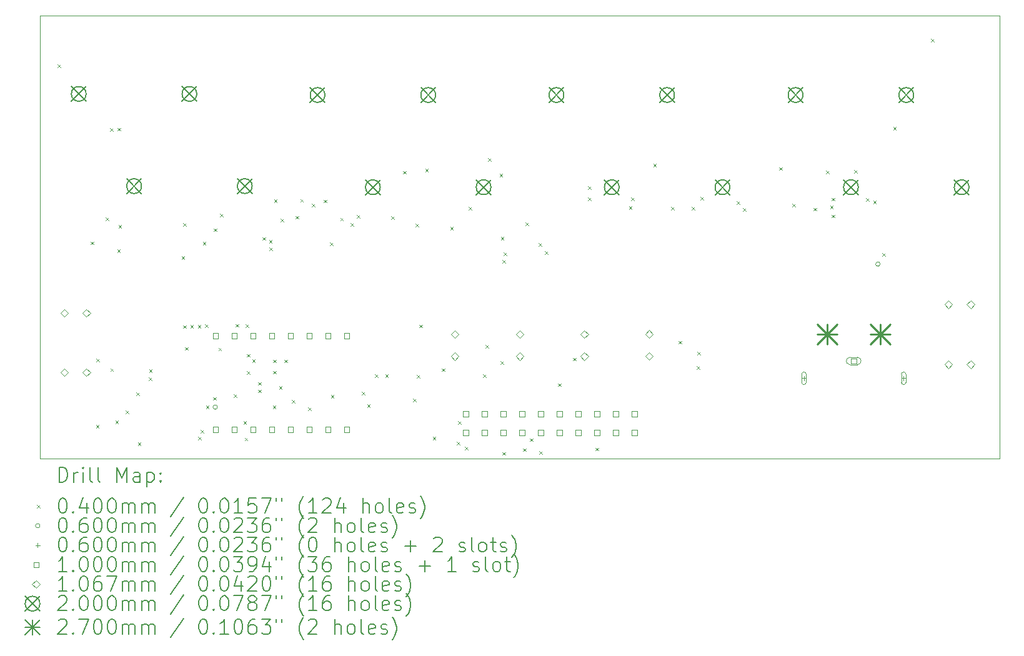
<source format=gbr>
%TF.GenerationSoftware,KiCad,Pcbnew,8.0.3*%
%TF.CreationDate,2025-06-03T13:48:53-07:00*%
%TF.ProjectId,Power_Distribution,506f7765-725f-4446-9973-747269627574,rev?*%
%TF.SameCoordinates,Original*%
%TF.FileFunction,Drillmap*%
%TF.FilePolarity,Positive*%
%FSLAX45Y45*%
G04 Gerber Fmt 4.5, Leading zero omitted, Abs format (unit mm)*
G04 Created by KiCad (PCBNEW 8.0.3) date 2025-06-03 13:48:53*
%MOMM*%
%LPD*%
G01*
G04 APERTURE LIST*
%ADD10C,0.100000*%
%ADD11C,0.200000*%
%ADD12C,0.106680*%
%ADD13C,0.270000*%
G04 APERTURE END LIST*
D10*
X8153640Y-5227320D02*
X21153640Y-5227320D01*
X21153640Y-11227320D01*
X8153640Y-11227320D01*
X8153640Y-5227320D01*
D11*
D10*
X8388000Y-5887000D02*
X8428000Y-5927000D01*
X8428000Y-5887000D02*
X8388000Y-5927000D01*
X8837120Y-8285800D02*
X8877120Y-8325800D01*
X8877120Y-8285800D02*
X8837120Y-8325800D01*
X8910000Y-10768000D02*
X8950000Y-10808000D01*
X8950000Y-10768000D02*
X8910000Y-10808000D01*
X8916000Y-9870000D02*
X8956000Y-9910000D01*
X8956000Y-9870000D02*
X8916000Y-9910000D01*
X9040000Y-7960000D02*
X9080000Y-8000000D01*
X9080000Y-7960000D02*
X9040000Y-8000000D01*
X9099000Y-6746000D02*
X9139000Y-6786000D01*
X9139000Y-6746000D02*
X9099000Y-6786000D01*
X9104000Y-10005000D02*
X9144000Y-10045000D01*
X9144000Y-10005000D02*
X9104000Y-10045000D01*
X9171113Y-10712113D02*
X9211113Y-10752113D01*
X9211113Y-10712113D02*
X9171113Y-10752113D01*
X9197000Y-8390000D02*
X9237000Y-8430000D01*
X9237000Y-8390000D02*
X9197000Y-8430000D01*
X9202000Y-6745000D02*
X9242000Y-6785000D01*
X9242000Y-6745000D02*
X9202000Y-6785000D01*
X9213482Y-8063000D02*
X9253482Y-8103000D01*
X9253482Y-8063000D02*
X9213482Y-8103000D01*
X9307996Y-10575230D02*
X9347996Y-10615230D01*
X9347996Y-10575230D02*
X9307996Y-10615230D01*
X9458000Y-10328000D02*
X9498000Y-10368000D01*
X9498000Y-10328000D02*
X9458000Y-10368000D01*
X9476884Y-11005725D02*
X9516884Y-11045725D01*
X9516884Y-11005725D02*
X9476884Y-11045725D01*
X9626000Y-10125000D02*
X9666000Y-10165000D01*
X9666000Y-10125000D02*
X9626000Y-10165000D01*
X9628000Y-10014000D02*
X9668000Y-10054000D01*
X9668000Y-10014000D02*
X9628000Y-10054000D01*
X10068100Y-8483920D02*
X10108100Y-8523920D01*
X10108100Y-8483920D02*
X10068100Y-8523920D01*
X10087050Y-8036880D02*
X10127050Y-8076880D01*
X10127050Y-8036880D02*
X10087050Y-8076880D01*
X10088000Y-9419000D02*
X10128000Y-9459000D01*
X10128000Y-9419000D02*
X10088000Y-9459000D01*
X10115680Y-9717291D02*
X10155680Y-9757291D01*
X10155680Y-9717291D02*
X10115680Y-9757291D01*
X10188170Y-9413512D02*
X10228170Y-9453512D01*
X10228170Y-9413512D02*
X10188170Y-9453512D01*
X10288487Y-9412712D02*
X10328487Y-9452712D01*
X10328487Y-9412712D02*
X10288487Y-9452712D01*
X10292000Y-10933000D02*
X10332000Y-10973000D01*
X10332000Y-10933000D02*
X10292000Y-10973000D01*
X10329000Y-10835000D02*
X10369000Y-10875000D01*
X10369000Y-10835000D02*
X10329000Y-10875000D01*
X10357240Y-8290880D02*
X10397240Y-8330880D01*
X10397240Y-8290880D02*
X10357240Y-8330880D01*
X10388707Y-9408230D02*
X10428707Y-9448230D01*
X10428707Y-9408230D02*
X10388707Y-9448230D01*
X10398403Y-10510519D02*
X10438403Y-10550519D01*
X10438403Y-10510519D02*
X10398403Y-10550519D01*
X10495600Y-10394000D02*
X10535600Y-10434000D01*
X10535600Y-10394000D02*
X10495600Y-10434000D01*
X10501860Y-8107611D02*
X10541860Y-8147611D01*
X10541860Y-8107611D02*
X10501860Y-8147611D01*
X10567194Y-9724616D02*
X10607194Y-9764616D01*
X10607194Y-9724616D02*
X10567194Y-9764616D01*
X10586615Y-7907134D02*
X10626615Y-7947134D01*
X10626615Y-7907134D02*
X10586615Y-7947134D01*
X10776830Y-10356600D02*
X10816830Y-10396600D01*
X10816830Y-10356600D02*
X10776830Y-10396600D01*
X10799063Y-9402756D02*
X10839063Y-9442756D01*
X10839063Y-9402756D02*
X10799063Y-9442756D01*
X10907522Y-10716880D02*
X10947522Y-10756880D01*
X10947522Y-10716880D02*
X10907522Y-10756880D01*
X10923529Y-10944782D02*
X10963529Y-10984782D01*
X10963529Y-10944782D02*
X10923529Y-10984782D01*
X10936000Y-9405000D02*
X10976000Y-9445000D01*
X10976000Y-9405000D02*
X10936000Y-9445000D01*
X10952800Y-9809800D02*
X10992800Y-9849800D01*
X10992800Y-9809800D02*
X10952800Y-9849800D01*
X10952800Y-10040120D02*
X10992800Y-10080120D01*
X10992800Y-10040120D02*
X10952800Y-10080120D01*
X11026460Y-9879340D02*
X11066460Y-9919340D01*
X11066460Y-9879340D02*
X11026460Y-9919340D01*
X11105200Y-10190800D02*
X11145200Y-10230800D01*
X11145200Y-10190800D02*
X11105200Y-10230800D01*
X11105200Y-10292400D02*
X11145200Y-10332400D01*
X11145200Y-10292400D02*
X11105200Y-10332400D01*
X11162254Y-8225759D02*
X11202254Y-8265759D01*
X11202254Y-8225759D02*
X11162254Y-8265759D01*
X11255000Y-8264000D02*
X11295000Y-8304000D01*
X11295000Y-8264000D02*
X11255000Y-8304000D01*
X11258799Y-8364248D02*
X11298799Y-8404248D01*
X11298799Y-8364248D02*
X11258799Y-8404248D01*
X11305242Y-10509448D02*
X11345242Y-10549448D01*
X11345242Y-10509448D02*
X11305242Y-10549448D01*
X11308400Y-9886000D02*
X11348400Y-9926000D01*
X11348400Y-9886000D02*
X11308400Y-9926000D01*
X11308400Y-10038400D02*
X11348400Y-10078400D01*
X11348400Y-10038400D02*
X11308400Y-10078400D01*
X11323000Y-7711000D02*
X11363000Y-7751000D01*
X11363000Y-7711000D02*
X11323000Y-7751000D01*
X11388667Y-10247560D02*
X11428667Y-10287560D01*
X11428667Y-10247560D02*
X11388667Y-10287560D01*
X11411737Y-7979237D02*
X11451737Y-8019237D01*
X11451737Y-7979237D02*
X11411737Y-8019237D01*
X11460800Y-9886000D02*
X11500800Y-9926000D01*
X11500800Y-9886000D02*
X11460800Y-9926000D01*
X11564560Y-10431370D02*
X11604560Y-10471370D01*
X11604560Y-10431370D02*
X11564560Y-10471370D01*
X11612877Y-7937107D02*
X11652877Y-7977107D01*
X11652877Y-7937107D02*
X11612877Y-7977107D01*
X11678008Y-7710008D02*
X11718008Y-7750008D01*
X11718008Y-7710008D02*
X11678008Y-7750008D01*
X11784000Y-10535000D02*
X11824000Y-10575000D01*
X11824000Y-10535000D02*
X11784000Y-10575000D01*
X11834026Y-7772526D02*
X11874026Y-7812526D01*
X11874026Y-7772526D02*
X11834026Y-7812526D01*
X11994000Y-7718000D02*
X12034000Y-7758000D01*
X12034000Y-7718000D02*
X11994000Y-7758000D01*
X12078160Y-8295960D02*
X12118160Y-8335960D01*
X12118160Y-8295960D02*
X12078160Y-8335960D01*
X12092500Y-10362500D02*
X12132500Y-10402500D01*
X12132500Y-10362500D02*
X12092500Y-10402500D01*
X12220000Y-7962500D02*
X12260000Y-8002500D01*
X12260000Y-7962500D02*
X12220000Y-8002500D01*
X12360280Y-8037817D02*
X12400280Y-8077817D01*
X12400280Y-8037817D02*
X12360280Y-8077817D01*
X12446000Y-7924000D02*
X12486000Y-7964000D01*
X12486000Y-7924000D02*
X12446000Y-7964000D01*
X12511180Y-10323170D02*
X12551180Y-10363170D01*
X12551180Y-10323170D02*
X12511180Y-10363170D01*
X12584000Y-10489000D02*
X12624000Y-10529000D01*
X12624000Y-10489000D02*
X12584000Y-10529000D01*
X12688000Y-10082000D02*
X12728000Y-10122000D01*
X12728000Y-10082000D02*
X12688000Y-10122000D01*
X12830000Y-10082000D02*
X12870000Y-10122000D01*
X12870000Y-10082000D02*
X12830000Y-10122000D01*
X12907500Y-7940000D02*
X12947500Y-7980000D01*
X12947500Y-7940000D02*
X12907500Y-7980000D01*
X13073000Y-7329320D02*
X13113000Y-7369320D01*
X13113000Y-7329320D02*
X13073000Y-7369320D01*
X13206000Y-10412560D02*
X13246000Y-10452560D01*
X13246000Y-10412560D02*
X13206000Y-10452560D01*
X13238800Y-8041960D02*
X13278800Y-8081960D01*
X13278800Y-8041960D02*
X13238800Y-8081960D01*
X13254000Y-10095000D02*
X13294000Y-10135000D01*
X13294000Y-10095000D02*
X13254000Y-10135000D01*
X13291000Y-9411000D02*
X13331000Y-9451000D01*
X13331000Y-9411000D02*
X13291000Y-9451000D01*
X13370000Y-7299000D02*
X13410000Y-7339000D01*
X13410000Y-7299000D02*
X13370000Y-7339000D01*
X13472440Y-10933440D02*
X13512440Y-10973440D01*
X13512440Y-10933440D02*
X13472440Y-10973440D01*
X13596831Y-10003880D02*
X13636831Y-10043880D01*
X13636831Y-10003880D02*
X13596831Y-10043880D01*
X13710551Y-8083987D02*
X13750551Y-8123987D01*
X13750551Y-8083987D02*
X13710551Y-8123987D01*
X13801000Y-10998000D02*
X13841000Y-11038000D01*
X13841000Y-10998000D02*
X13801000Y-11038000D01*
X13816210Y-10720057D02*
X13856210Y-10760057D01*
X13856210Y-10720057D02*
X13816210Y-10760057D01*
X13910204Y-11066040D02*
X13950204Y-11106040D01*
X13950204Y-11066040D02*
X13910204Y-11106040D01*
X13958000Y-7816000D02*
X13998000Y-7856000D01*
X13998000Y-7816000D02*
X13958000Y-7856000D01*
X14153000Y-10082000D02*
X14193000Y-10122000D01*
X14193000Y-10082000D02*
X14153000Y-10122000D01*
X14188000Y-9688000D02*
X14228000Y-9728000D01*
X14228000Y-9688000D02*
X14188000Y-9728000D01*
X14222000Y-7154000D02*
X14262000Y-7194000D01*
X14262000Y-7154000D02*
X14222000Y-7194000D01*
X14378000Y-7368000D02*
X14418000Y-7408000D01*
X14418000Y-7368000D02*
X14378000Y-7408000D01*
X14394104Y-9908900D02*
X14434104Y-9948900D01*
X14434104Y-9908900D02*
X14394104Y-9948900D01*
X14396000Y-8219000D02*
X14436000Y-8259000D01*
X14436000Y-8219000D02*
X14396000Y-8259000D01*
X14415736Y-11137782D02*
X14455736Y-11177782D01*
X14455736Y-11137782D02*
X14415736Y-11177782D01*
X14416000Y-8536000D02*
X14456000Y-8576000D01*
X14456000Y-8536000D02*
X14416000Y-8576000D01*
X14431040Y-8435726D02*
X14471040Y-8475726D01*
X14471040Y-8435726D02*
X14431040Y-8475726D01*
X14697559Y-11087790D02*
X14737559Y-11127790D01*
X14737559Y-11087790D02*
X14697559Y-11127790D01*
X14727500Y-8030000D02*
X14767500Y-8070000D01*
X14767500Y-8030000D02*
X14727500Y-8070000D01*
X14791000Y-10952000D02*
X14831000Y-10992000D01*
X14831000Y-10952000D02*
X14791000Y-10992000D01*
X14905590Y-8304496D02*
X14945590Y-8344496D01*
X14945590Y-8304496D02*
X14905590Y-8344496D01*
X14919000Y-11124000D02*
X14959000Y-11164000D01*
X14959000Y-11124000D02*
X14919000Y-11164000D01*
X14993550Y-8417880D02*
X15033550Y-8457880D01*
X15033550Y-8417880D02*
X14993550Y-8457880D01*
X15169000Y-10208000D02*
X15209000Y-10248000D01*
X15209000Y-10208000D02*
X15169000Y-10248000D01*
X15374268Y-9859442D02*
X15414268Y-9899442D01*
X15414268Y-9859442D02*
X15374268Y-9899442D01*
X15578440Y-7537003D02*
X15618440Y-7577003D01*
X15618440Y-7537003D02*
X15578440Y-7577003D01*
X15579232Y-7690701D02*
X15619232Y-7730701D01*
X15619232Y-7690701D02*
X15579232Y-7730701D01*
X15678000Y-11079000D02*
X15718000Y-11119000D01*
X15718000Y-11079000D02*
X15678000Y-11119000D01*
X16131560Y-7809654D02*
X16171560Y-7849654D01*
X16171560Y-7809654D02*
X16131560Y-7849654D01*
X16162000Y-7691000D02*
X16202000Y-7731000D01*
X16202000Y-7691000D02*
X16162000Y-7731000D01*
X16462000Y-7229000D02*
X16502000Y-7269000D01*
X16502000Y-7229000D02*
X16462000Y-7269000D01*
X16705000Y-7815000D02*
X16745000Y-7855000D01*
X16745000Y-7815000D02*
X16705000Y-7855000D01*
X16803000Y-9632000D02*
X16843000Y-9672000D01*
X16843000Y-9632000D02*
X16803000Y-9672000D01*
X16980680Y-7812819D02*
X17020680Y-7852819D01*
X17020680Y-7812819D02*
X16980680Y-7852819D01*
X17052000Y-9971730D02*
X17092000Y-10011730D01*
X17092000Y-9971730D02*
X17052000Y-10011730D01*
X17055000Y-9778000D02*
X17095000Y-9818000D01*
X17095000Y-9778000D02*
X17055000Y-9818000D01*
X17100657Y-7681483D02*
X17140657Y-7721483D01*
X17140657Y-7681483D02*
X17100657Y-7721483D01*
X17592000Y-7741000D02*
X17632000Y-7781000D01*
X17632000Y-7741000D02*
X17592000Y-7781000D01*
X17677720Y-7829720D02*
X17717720Y-7869720D01*
X17717720Y-7829720D02*
X17677720Y-7869720D01*
X18165000Y-7277000D02*
X18205000Y-7317000D01*
X18205000Y-7277000D02*
X18165000Y-7317000D01*
X18347000Y-7773000D02*
X18387000Y-7813000D01*
X18387000Y-7773000D02*
X18347000Y-7813000D01*
X18632000Y-7829000D02*
X18672000Y-7869000D01*
X18672000Y-7829000D02*
X18632000Y-7869000D01*
X18801000Y-7326000D02*
X18841000Y-7366000D01*
X18841000Y-7326000D02*
X18801000Y-7366000D01*
X18856702Y-7798254D02*
X18896702Y-7838254D01*
X18896702Y-7798254D02*
X18856702Y-7838254D01*
X18879037Y-7692263D02*
X18919037Y-7732263D01*
X18919037Y-7692263D02*
X18879037Y-7732263D01*
X18881000Y-7922000D02*
X18921000Y-7962000D01*
X18921000Y-7922000D02*
X18881000Y-7962000D01*
X19181000Y-7316000D02*
X19221000Y-7356000D01*
X19221000Y-7316000D02*
X19181000Y-7356000D01*
X19345000Y-7698000D02*
X19385000Y-7738000D01*
X19385000Y-7698000D02*
X19345000Y-7738000D01*
X19440684Y-7728144D02*
X19480684Y-7768144D01*
X19480684Y-7728144D02*
X19440684Y-7768144D01*
X19561250Y-8443280D02*
X19601250Y-8483280D01*
X19601250Y-8443280D02*
X19561250Y-8483280D01*
X19713305Y-6729000D02*
X19753305Y-6769000D01*
X19753305Y-6729000D02*
X19713305Y-6769000D01*
X20225000Y-5536000D02*
X20265000Y-5576000D01*
X20265000Y-5536000D02*
X20225000Y-5576000D01*
X10553817Y-10528736D02*
G75*
G02*
X10493817Y-10528736I-30000J0D01*
G01*
X10493817Y-10528736D02*
G75*
G02*
X10553817Y-10528736I30000J0D01*
G01*
X19534740Y-8590327D02*
G75*
G02*
X19474740Y-8590327I-30000J0D01*
G01*
X19474740Y-8590327D02*
G75*
G02*
X19534740Y-8590327I30000J0D01*
G01*
X18502000Y-10108000D02*
X18502000Y-10168000D01*
X18472000Y-10138000D02*
X18532000Y-10138000D01*
X18532000Y-10193000D02*
X18532000Y-10083000D01*
X18472000Y-10083000D02*
G75*
G02*
X18532000Y-10083000I30000J0D01*
G01*
X18472000Y-10083000D02*
X18472000Y-10193000D01*
X18472000Y-10193000D02*
G75*
G03*
X18532000Y-10193000I30000J0D01*
G01*
X19852000Y-10108000D02*
X19852000Y-10168000D01*
X19822000Y-10138000D02*
X19882000Y-10138000D01*
X19882000Y-10193000D02*
X19882000Y-10083000D01*
X19822000Y-10083000D02*
G75*
G02*
X19882000Y-10083000I30000J0D01*
G01*
X19822000Y-10083000D02*
X19822000Y-10193000D01*
X19822000Y-10193000D02*
G75*
G03*
X19882000Y-10193000I30000J0D01*
G01*
X10564356Y-9598556D02*
X10564356Y-9527844D01*
X10493644Y-9527844D01*
X10493644Y-9598556D01*
X10564356Y-9598556D01*
X10564356Y-10868556D02*
X10564356Y-10797844D01*
X10493644Y-10797844D01*
X10493644Y-10868556D01*
X10564356Y-10868556D01*
X10818356Y-9598556D02*
X10818356Y-9527844D01*
X10747644Y-9527844D01*
X10747644Y-9598556D01*
X10818356Y-9598556D01*
X10818356Y-10868556D02*
X10818356Y-10797844D01*
X10747644Y-10797844D01*
X10747644Y-10868556D01*
X10818356Y-10868556D01*
X11072356Y-9598556D02*
X11072356Y-9527844D01*
X11001644Y-9527844D01*
X11001644Y-9598556D01*
X11072356Y-9598556D01*
X11072356Y-10868556D02*
X11072356Y-10797844D01*
X11001644Y-10797844D01*
X11001644Y-10868556D01*
X11072356Y-10868556D01*
X11326356Y-9598556D02*
X11326356Y-9527844D01*
X11255644Y-9527844D01*
X11255644Y-9598556D01*
X11326356Y-9598556D01*
X11326356Y-10868556D02*
X11326356Y-10797844D01*
X11255644Y-10797844D01*
X11255644Y-10868556D01*
X11326356Y-10868556D01*
X11580356Y-9598556D02*
X11580356Y-9527844D01*
X11509644Y-9527844D01*
X11509644Y-9598556D01*
X11580356Y-9598556D01*
X11580356Y-10868556D02*
X11580356Y-10797844D01*
X11509644Y-10797844D01*
X11509644Y-10868556D01*
X11580356Y-10868556D01*
X11834356Y-9598556D02*
X11834356Y-9527844D01*
X11763644Y-9527844D01*
X11763644Y-9598556D01*
X11834356Y-9598556D01*
X11834356Y-10868556D02*
X11834356Y-10797844D01*
X11763644Y-10797844D01*
X11763644Y-10868556D01*
X11834356Y-10868556D01*
X12088356Y-9598556D02*
X12088356Y-9527844D01*
X12017644Y-9527844D01*
X12017644Y-9598556D01*
X12088356Y-9598556D01*
X12088356Y-10868556D02*
X12088356Y-10797844D01*
X12017644Y-10797844D01*
X12017644Y-10868556D01*
X12088356Y-10868556D01*
X12342356Y-9598556D02*
X12342356Y-9527844D01*
X12271644Y-9527844D01*
X12271644Y-9598556D01*
X12342356Y-9598556D01*
X12342356Y-10868556D02*
X12342356Y-10797844D01*
X12271644Y-10797844D01*
X12271644Y-10868556D01*
X12342356Y-10868556D01*
X13954356Y-10656356D02*
X13954356Y-10585644D01*
X13883644Y-10585644D01*
X13883644Y-10656356D01*
X13954356Y-10656356D01*
X13954356Y-10910356D02*
X13954356Y-10839644D01*
X13883644Y-10839644D01*
X13883644Y-10910356D01*
X13954356Y-10910356D01*
X14208356Y-10656356D02*
X14208356Y-10585644D01*
X14137644Y-10585644D01*
X14137644Y-10656356D01*
X14208356Y-10656356D01*
X14208356Y-10910356D02*
X14208356Y-10839644D01*
X14137644Y-10839644D01*
X14137644Y-10910356D01*
X14208356Y-10910356D01*
X14462356Y-10656356D02*
X14462356Y-10585644D01*
X14391644Y-10585644D01*
X14391644Y-10656356D01*
X14462356Y-10656356D01*
X14462356Y-10910356D02*
X14462356Y-10839644D01*
X14391644Y-10839644D01*
X14391644Y-10910356D01*
X14462356Y-10910356D01*
X14716356Y-10656356D02*
X14716356Y-10585644D01*
X14645644Y-10585644D01*
X14645644Y-10656356D01*
X14716356Y-10656356D01*
X14716356Y-10910356D02*
X14716356Y-10839644D01*
X14645644Y-10839644D01*
X14645644Y-10910356D01*
X14716356Y-10910356D01*
X14970356Y-10656356D02*
X14970356Y-10585644D01*
X14899644Y-10585644D01*
X14899644Y-10656356D01*
X14970356Y-10656356D01*
X14970356Y-10910356D02*
X14970356Y-10839644D01*
X14899644Y-10839644D01*
X14899644Y-10910356D01*
X14970356Y-10910356D01*
X15224356Y-10656356D02*
X15224356Y-10585644D01*
X15153644Y-10585644D01*
X15153644Y-10656356D01*
X15224356Y-10656356D01*
X15224356Y-10910356D02*
X15224356Y-10839644D01*
X15153644Y-10839644D01*
X15153644Y-10910356D01*
X15224356Y-10910356D01*
X15478356Y-10656356D02*
X15478356Y-10585644D01*
X15407644Y-10585644D01*
X15407644Y-10656356D01*
X15478356Y-10656356D01*
X15478356Y-10910356D02*
X15478356Y-10839644D01*
X15407644Y-10839644D01*
X15407644Y-10910356D01*
X15478356Y-10910356D01*
X15732356Y-10656356D02*
X15732356Y-10585644D01*
X15661644Y-10585644D01*
X15661644Y-10656356D01*
X15732356Y-10656356D01*
X15732356Y-10910356D02*
X15732356Y-10839644D01*
X15661644Y-10839644D01*
X15661644Y-10910356D01*
X15732356Y-10910356D01*
X15986356Y-10656356D02*
X15986356Y-10585644D01*
X15915644Y-10585644D01*
X15915644Y-10656356D01*
X15986356Y-10656356D01*
X15986356Y-10910356D02*
X15986356Y-10839644D01*
X15915644Y-10839644D01*
X15915644Y-10910356D01*
X15986356Y-10910356D01*
X16240356Y-10656356D02*
X16240356Y-10585644D01*
X16169644Y-10585644D01*
X16169644Y-10656356D01*
X16240356Y-10656356D01*
X16240356Y-10910356D02*
X16240356Y-10839644D01*
X16169644Y-10839644D01*
X16169644Y-10910356D01*
X16240356Y-10910356D01*
X19212356Y-9938356D02*
X19212356Y-9867644D01*
X19141644Y-9867644D01*
X19141644Y-9938356D01*
X19212356Y-9938356D01*
X19227000Y-9853000D02*
X19127000Y-9853000D01*
X19127000Y-9953000D02*
G75*
G02*
X19127000Y-9853000I0J50000D01*
G01*
X19127000Y-9953000D02*
X19227000Y-9953000D01*
X19227000Y-9953000D02*
G75*
G03*
X19227000Y-9853000I0J50000D01*
G01*
D12*
X8480000Y-9308340D02*
X8533340Y-9255000D01*
X8480000Y-9201660D01*
X8426660Y-9255000D01*
X8480000Y-9308340D01*
X8480000Y-10112340D02*
X8533340Y-10059000D01*
X8480000Y-10005660D01*
X8426660Y-10059000D01*
X8480000Y-10112340D01*
X8780000Y-9308340D02*
X8833340Y-9255000D01*
X8780000Y-9201660D01*
X8726660Y-9255000D01*
X8780000Y-9308340D01*
X8780000Y-10112340D02*
X8833340Y-10059000D01*
X8780000Y-10005660D01*
X8726660Y-10059000D01*
X8780000Y-10112340D01*
X13773320Y-9593340D02*
X13826660Y-9540000D01*
X13773320Y-9486660D01*
X13719980Y-9540000D01*
X13773320Y-9593340D01*
X13773320Y-9893340D02*
X13826660Y-9840000D01*
X13773320Y-9786660D01*
X13719980Y-9840000D01*
X13773320Y-9893340D01*
X14650880Y-9593340D02*
X14704220Y-9540000D01*
X14650880Y-9486660D01*
X14597540Y-9540000D01*
X14650880Y-9593340D01*
X14650880Y-9893340D02*
X14704220Y-9840000D01*
X14650880Y-9786660D01*
X14597540Y-9840000D01*
X14650880Y-9893340D01*
X15528440Y-9593340D02*
X15581780Y-9540000D01*
X15528440Y-9486660D01*
X15475100Y-9540000D01*
X15528440Y-9593340D01*
X15528440Y-9893340D02*
X15581780Y-9840000D01*
X15528440Y-9786660D01*
X15475100Y-9840000D01*
X15528440Y-9893340D01*
X16406000Y-9592340D02*
X16459340Y-9539000D01*
X16406000Y-9485660D01*
X16352660Y-9539000D01*
X16406000Y-9592340D01*
X16406000Y-9892340D02*
X16459340Y-9839000D01*
X16406000Y-9785660D01*
X16352660Y-9839000D01*
X16406000Y-9892340D01*
X20462000Y-9191340D02*
X20515340Y-9138000D01*
X20462000Y-9084660D01*
X20408660Y-9138000D01*
X20462000Y-9191340D01*
X20462000Y-10004340D02*
X20515340Y-9951000D01*
X20462000Y-9897660D01*
X20408660Y-9951000D01*
X20462000Y-10004340D01*
X20762000Y-9191340D02*
X20815340Y-9138000D01*
X20762000Y-9084660D01*
X20708660Y-9138000D01*
X20762000Y-9191340D01*
X20762000Y-10004340D02*
X20815340Y-9951000D01*
X20762000Y-9897660D01*
X20708660Y-9951000D01*
X20762000Y-10004340D01*
D11*
X8575240Y-6183960D02*
X8775240Y-6383960D01*
X8775240Y-6183960D02*
X8575240Y-6383960D01*
X8775240Y-6283960D02*
G75*
G02*
X8575240Y-6283960I-100000J0D01*
G01*
X8575240Y-6283960D02*
G75*
G02*
X8775240Y-6283960I100000J0D01*
G01*
X9325240Y-7433960D02*
X9525240Y-7633960D01*
X9525240Y-7433960D02*
X9325240Y-7633960D01*
X9525240Y-7533960D02*
G75*
G02*
X9325240Y-7533960I-100000J0D01*
G01*
X9325240Y-7533960D02*
G75*
G02*
X9525240Y-7533960I100000J0D01*
G01*
X10075240Y-6183960D02*
X10275240Y-6383960D01*
X10275240Y-6183960D02*
X10075240Y-6383960D01*
X10275240Y-6283960D02*
G75*
G02*
X10075240Y-6283960I-100000J0D01*
G01*
X10075240Y-6283960D02*
G75*
G02*
X10275240Y-6283960I100000J0D01*
G01*
X10825240Y-7433960D02*
X11025240Y-7633960D01*
X11025240Y-7433960D02*
X10825240Y-7633960D01*
X11025240Y-7533960D02*
G75*
G02*
X10825240Y-7533960I-100000J0D01*
G01*
X10825240Y-7533960D02*
G75*
G02*
X11025240Y-7533960I100000J0D01*
G01*
X11811200Y-6199200D02*
X12011200Y-6399200D01*
X12011200Y-6199200D02*
X11811200Y-6399200D01*
X12011200Y-6299200D02*
G75*
G02*
X11811200Y-6299200I-100000J0D01*
G01*
X11811200Y-6299200D02*
G75*
G02*
X12011200Y-6299200I100000J0D01*
G01*
X12561200Y-7449200D02*
X12761200Y-7649200D01*
X12761200Y-7449200D02*
X12561200Y-7649200D01*
X12761200Y-7549200D02*
G75*
G02*
X12561200Y-7549200I-100000J0D01*
G01*
X12561200Y-7549200D02*
G75*
G02*
X12761200Y-7549200I100000J0D01*
G01*
X13311200Y-6199200D02*
X13511200Y-6399200D01*
X13511200Y-6199200D02*
X13311200Y-6399200D01*
X13511200Y-6299200D02*
G75*
G02*
X13311200Y-6299200I-100000J0D01*
G01*
X13311200Y-6299200D02*
G75*
G02*
X13511200Y-6299200I100000J0D01*
G01*
X14061200Y-7449200D02*
X14261200Y-7649200D01*
X14261200Y-7449200D02*
X14061200Y-7649200D01*
X14261200Y-7549200D02*
G75*
G02*
X14061200Y-7549200I-100000J0D01*
G01*
X14061200Y-7549200D02*
G75*
G02*
X14261200Y-7549200I100000J0D01*
G01*
X15048560Y-6199200D02*
X15248560Y-6399200D01*
X15248560Y-6199200D02*
X15048560Y-6399200D01*
X15248560Y-6299200D02*
G75*
G02*
X15048560Y-6299200I-100000J0D01*
G01*
X15048560Y-6299200D02*
G75*
G02*
X15248560Y-6299200I100000J0D01*
G01*
X15798560Y-7449200D02*
X15998560Y-7649200D01*
X15998560Y-7449200D02*
X15798560Y-7649200D01*
X15998560Y-7549200D02*
G75*
G02*
X15798560Y-7549200I-100000J0D01*
G01*
X15798560Y-7549200D02*
G75*
G02*
X15998560Y-7549200I100000J0D01*
G01*
X16548560Y-6199200D02*
X16748560Y-6399200D01*
X16748560Y-6199200D02*
X16548560Y-6399200D01*
X16748560Y-6299200D02*
G75*
G02*
X16548560Y-6299200I-100000J0D01*
G01*
X16548560Y-6299200D02*
G75*
G02*
X16748560Y-6299200I100000J0D01*
G01*
X17298560Y-7449200D02*
X17498560Y-7649200D01*
X17498560Y-7449200D02*
X17298560Y-7649200D01*
X17498560Y-7549200D02*
G75*
G02*
X17298560Y-7549200I-100000J0D01*
G01*
X17298560Y-7549200D02*
G75*
G02*
X17498560Y-7549200I100000J0D01*
G01*
X18289600Y-6199200D02*
X18489600Y-6399200D01*
X18489600Y-6199200D02*
X18289600Y-6399200D01*
X18489600Y-6299200D02*
G75*
G02*
X18289600Y-6299200I-100000J0D01*
G01*
X18289600Y-6299200D02*
G75*
G02*
X18489600Y-6299200I100000J0D01*
G01*
X19039600Y-7449200D02*
X19239600Y-7649200D01*
X19239600Y-7449200D02*
X19039600Y-7649200D01*
X19239600Y-7549200D02*
G75*
G02*
X19039600Y-7549200I-100000J0D01*
G01*
X19039600Y-7549200D02*
G75*
G02*
X19239600Y-7549200I100000J0D01*
G01*
X19789600Y-6199200D02*
X19989600Y-6399200D01*
X19989600Y-6199200D02*
X19789600Y-6399200D01*
X19989600Y-6299200D02*
G75*
G02*
X19789600Y-6299200I-100000J0D01*
G01*
X19789600Y-6299200D02*
G75*
G02*
X19989600Y-6299200I100000J0D01*
G01*
X20539600Y-7449200D02*
X20739600Y-7649200D01*
X20739600Y-7449200D02*
X20539600Y-7649200D01*
X20739600Y-7549200D02*
G75*
G02*
X20539600Y-7549200I-100000J0D01*
G01*
X20539600Y-7549200D02*
G75*
G02*
X20739600Y-7549200I100000J0D01*
G01*
D13*
X18682000Y-9403000D02*
X18952000Y-9673000D01*
X18952000Y-9403000D02*
X18682000Y-9673000D01*
X18817000Y-9403000D02*
X18817000Y-9673000D01*
X18682000Y-9538000D02*
X18952000Y-9538000D01*
X19402000Y-9403000D02*
X19672000Y-9673000D01*
X19672000Y-9403000D02*
X19402000Y-9673000D01*
X19537000Y-9403000D02*
X19537000Y-9673000D01*
X19402000Y-9538000D02*
X19672000Y-9538000D01*
D11*
X8409417Y-11543804D02*
X8409417Y-11343804D01*
X8409417Y-11343804D02*
X8457036Y-11343804D01*
X8457036Y-11343804D02*
X8485607Y-11353328D01*
X8485607Y-11353328D02*
X8504655Y-11372375D01*
X8504655Y-11372375D02*
X8514179Y-11391423D01*
X8514179Y-11391423D02*
X8523703Y-11429518D01*
X8523703Y-11429518D02*
X8523703Y-11458089D01*
X8523703Y-11458089D02*
X8514179Y-11496185D01*
X8514179Y-11496185D02*
X8504655Y-11515232D01*
X8504655Y-11515232D02*
X8485607Y-11534280D01*
X8485607Y-11534280D02*
X8457036Y-11543804D01*
X8457036Y-11543804D02*
X8409417Y-11543804D01*
X8609417Y-11543804D02*
X8609417Y-11410470D01*
X8609417Y-11448566D02*
X8618941Y-11429518D01*
X8618941Y-11429518D02*
X8628464Y-11419994D01*
X8628464Y-11419994D02*
X8647512Y-11410470D01*
X8647512Y-11410470D02*
X8666560Y-11410470D01*
X8733226Y-11543804D02*
X8733226Y-11410470D01*
X8733226Y-11343804D02*
X8723703Y-11353328D01*
X8723703Y-11353328D02*
X8733226Y-11362851D01*
X8733226Y-11362851D02*
X8742750Y-11353328D01*
X8742750Y-11353328D02*
X8733226Y-11343804D01*
X8733226Y-11343804D02*
X8733226Y-11362851D01*
X8857036Y-11543804D02*
X8837988Y-11534280D01*
X8837988Y-11534280D02*
X8828464Y-11515232D01*
X8828464Y-11515232D02*
X8828464Y-11343804D01*
X8961798Y-11543804D02*
X8942750Y-11534280D01*
X8942750Y-11534280D02*
X8933226Y-11515232D01*
X8933226Y-11515232D02*
X8933226Y-11343804D01*
X9190369Y-11543804D02*
X9190369Y-11343804D01*
X9190369Y-11343804D02*
X9257036Y-11486661D01*
X9257036Y-11486661D02*
X9323703Y-11343804D01*
X9323703Y-11343804D02*
X9323703Y-11543804D01*
X9504655Y-11543804D02*
X9504655Y-11439042D01*
X9504655Y-11439042D02*
X9495131Y-11419994D01*
X9495131Y-11419994D02*
X9476084Y-11410470D01*
X9476084Y-11410470D02*
X9437988Y-11410470D01*
X9437988Y-11410470D02*
X9418941Y-11419994D01*
X9504655Y-11534280D02*
X9485607Y-11543804D01*
X9485607Y-11543804D02*
X9437988Y-11543804D01*
X9437988Y-11543804D02*
X9418941Y-11534280D01*
X9418941Y-11534280D02*
X9409417Y-11515232D01*
X9409417Y-11515232D02*
X9409417Y-11496185D01*
X9409417Y-11496185D02*
X9418941Y-11477137D01*
X9418941Y-11477137D02*
X9437988Y-11467613D01*
X9437988Y-11467613D02*
X9485607Y-11467613D01*
X9485607Y-11467613D02*
X9504655Y-11458089D01*
X9599893Y-11410470D02*
X9599893Y-11610470D01*
X9599893Y-11419994D02*
X9618941Y-11410470D01*
X9618941Y-11410470D02*
X9657036Y-11410470D01*
X9657036Y-11410470D02*
X9676084Y-11419994D01*
X9676084Y-11419994D02*
X9685607Y-11429518D01*
X9685607Y-11429518D02*
X9695131Y-11448566D01*
X9695131Y-11448566D02*
X9695131Y-11505708D01*
X9695131Y-11505708D02*
X9685607Y-11524756D01*
X9685607Y-11524756D02*
X9676084Y-11534280D01*
X9676084Y-11534280D02*
X9657036Y-11543804D01*
X9657036Y-11543804D02*
X9618941Y-11543804D01*
X9618941Y-11543804D02*
X9599893Y-11534280D01*
X9780845Y-11524756D02*
X9790369Y-11534280D01*
X9790369Y-11534280D02*
X9780845Y-11543804D01*
X9780845Y-11543804D02*
X9771322Y-11534280D01*
X9771322Y-11534280D02*
X9780845Y-11524756D01*
X9780845Y-11524756D02*
X9780845Y-11543804D01*
X9780845Y-11419994D02*
X9790369Y-11429518D01*
X9790369Y-11429518D02*
X9780845Y-11439042D01*
X9780845Y-11439042D02*
X9771322Y-11429518D01*
X9771322Y-11429518D02*
X9780845Y-11419994D01*
X9780845Y-11419994D02*
X9780845Y-11439042D01*
D10*
X8108640Y-11852320D02*
X8148640Y-11892320D01*
X8148640Y-11852320D02*
X8108640Y-11892320D01*
D11*
X8447512Y-11763804D02*
X8466560Y-11763804D01*
X8466560Y-11763804D02*
X8485607Y-11773328D01*
X8485607Y-11773328D02*
X8495131Y-11782851D01*
X8495131Y-11782851D02*
X8504655Y-11801899D01*
X8504655Y-11801899D02*
X8514179Y-11839994D01*
X8514179Y-11839994D02*
X8514179Y-11887613D01*
X8514179Y-11887613D02*
X8504655Y-11925708D01*
X8504655Y-11925708D02*
X8495131Y-11944756D01*
X8495131Y-11944756D02*
X8485607Y-11954280D01*
X8485607Y-11954280D02*
X8466560Y-11963804D01*
X8466560Y-11963804D02*
X8447512Y-11963804D01*
X8447512Y-11963804D02*
X8428464Y-11954280D01*
X8428464Y-11954280D02*
X8418941Y-11944756D01*
X8418941Y-11944756D02*
X8409417Y-11925708D01*
X8409417Y-11925708D02*
X8399893Y-11887613D01*
X8399893Y-11887613D02*
X8399893Y-11839994D01*
X8399893Y-11839994D02*
X8409417Y-11801899D01*
X8409417Y-11801899D02*
X8418941Y-11782851D01*
X8418941Y-11782851D02*
X8428464Y-11773328D01*
X8428464Y-11773328D02*
X8447512Y-11763804D01*
X8599893Y-11944756D02*
X8609417Y-11954280D01*
X8609417Y-11954280D02*
X8599893Y-11963804D01*
X8599893Y-11963804D02*
X8590369Y-11954280D01*
X8590369Y-11954280D02*
X8599893Y-11944756D01*
X8599893Y-11944756D02*
X8599893Y-11963804D01*
X8780845Y-11830470D02*
X8780845Y-11963804D01*
X8733226Y-11754280D02*
X8685607Y-11897137D01*
X8685607Y-11897137D02*
X8809417Y-11897137D01*
X8923703Y-11763804D02*
X8942750Y-11763804D01*
X8942750Y-11763804D02*
X8961798Y-11773328D01*
X8961798Y-11773328D02*
X8971322Y-11782851D01*
X8971322Y-11782851D02*
X8980845Y-11801899D01*
X8980845Y-11801899D02*
X8990369Y-11839994D01*
X8990369Y-11839994D02*
X8990369Y-11887613D01*
X8990369Y-11887613D02*
X8980845Y-11925708D01*
X8980845Y-11925708D02*
X8971322Y-11944756D01*
X8971322Y-11944756D02*
X8961798Y-11954280D01*
X8961798Y-11954280D02*
X8942750Y-11963804D01*
X8942750Y-11963804D02*
X8923703Y-11963804D01*
X8923703Y-11963804D02*
X8904655Y-11954280D01*
X8904655Y-11954280D02*
X8895131Y-11944756D01*
X8895131Y-11944756D02*
X8885607Y-11925708D01*
X8885607Y-11925708D02*
X8876084Y-11887613D01*
X8876084Y-11887613D02*
X8876084Y-11839994D01*
X8876084Y-11839994D02*
X8885607Y-11801899D01*
X8885607Y-11801899D02*
X8895131Y-11782851D01*
X8895131Y-11782851D02*
X8904655Y-11773328D01*
X8904655Y-11773328D02*
X8923703Y-11763804D01*
X9114179Y-11763804D02*
X9133226Y-11763804D01*
X9133226Y-11763804D02*
X9152274Y-11773328D01*
X9152274Y-11773328D02*
X9161798Y-11782851D01*
X9161798Y-11782851D02*
X9171322Y-11801899D01*
X9171322Y-11801899D02*
X9180845Y-11839994D01*
X9180845Y-11839994D02*
X9180845Y-11887613D01*
X9180845Y-11887613D02*
X9171322Y-11925708D01*
X9171322Y-11925708D02*
X9161798Y-11944756D01*
X9161798Y-11944756D02*
X9152274Y-11954280D01*
X9152274Y-11954280D02*
X9133226Y-11963804D01*
X9133226Y-11963804D02*
X9114179Y-11963804D01*
X9114179Y-11963804D02*
X9095131Y-11954280D01*
X9095131Y-11954280D02*
X9085607Y-11944756D01*
X9085607Y-11944756D02*
X9076084Y-11925708D01*
X9076084Y-11925708D02*
X9066560Y-11887613D01*
X9066560Y-11887613D02*
X9066560Y-11839994D01*
X9066560Y-11839994D02*
X9076084Y-11801899D01*
X9076084Y-11801899D02*
X9085607Y-11782851D01*
X9085607Y-11782851D02*
X9095131Y-11773328D01*
X9095131Y-11773328D02*
X9114179Y-11763804D01*
X9266560Y-11963804D02*
X9266560Y-11830470D01*
X9266560Y-11849518D02*
X9276084Y-11839994D01*
X9276084Y-11839994D02*
X9295131Y-11830470D01*
X9295131Y-11830470D02*
X9323703Y-11830470D01*
X9323703Y-11830470D02*
X9342750Y-11839994D01*
X9342750Y-11839994D02*
X9352274Y-11859042D01*
X9352274Y-11859042D02*
X9352274Y-11963804D01*
X9352274Y-11859042D02*
X9361798Y-11839994D01*
X9361798Y-11839994D02*
X9380845Y-11830470D01*
X9380845Y-11830470D02*
X9409417Y-11830470D01*
X9409417Y-11830470D02*
X9428465Y-11839994D01*
X9428465Y-11839994D02*
X9437988Y-11859042D01*
X9437988Y-11859042D02*
X9437988Y-11963804D01*
X9533226Y-11963804D02*
X9533226Y-11830470D01*
X9533226Y-11849518D02*
X9542750Y-11839994D01*
X9542750Y-11839994D02*
X9561798Y-11830470D01*
X9561798Y-11830470D02*
X9590369Y-11830470D01*
X9590369Y-11830470D02*
X9609417Y-11839994D01*
X9609417Y-11839994D02*
X9618941Y-11859042D01*
X9618941Y-11859042D02*
X9618941Y-11963804D01*
X9618941Y-11859042D02*
X9628465Y-11839994D01*
X9628465Y-11839994D02*
X9647512Y-11830470D01*
X9647512Y-11830470D02*
X9676084Y-11830470D01*
X9676084Y-11830470D02*
X9695131Y-11839994D01*
X9695131Y-11839994D02*
X9704655Y-11859042D01*
X9704655Y-11859042D02*
X9704655Y-11963804D01*
X10095131Y-11754280D02*
X9923703Y-12011423D01*
X10352274Y-11763804D02*
X10371322Y-11763804D01*
X10371322Y-11763804D02*
X10390369Y-11773328D01*
X10390369Y-11773328D02*
X10399893Y-11782851D01*
X10399893Y-11782851D02*
X10409417Y-11801899D01*
X10409417Y-11801899D02*
X10418941Y-11839994D01*
X10418941Y-11839994D02*
X10418941Y-11887613D01*
X10418941Y-11887613D02*
X10409417Y-11925708D01*
X10409417Y-11925708D02*
X10399893Y-11944756D01*
X10399893Y-11944756D02*
X10390369Y-11954280D01*
X10390369Y-11954280D02*
X10371322Y-11963804D01*
X10371322Y-11963804D02*
X10352274Y-11963804D01*
X10352274Y-11963804D02*
X10333227Y-11954280D01*
X10333227Y-11954280D02*
X10323703Y-11944756D01*
X10323703Y-11944756D02*
X10314179Y-11925708D01*
X10314179Y-11925708D02*
X10304655Y-11887613D01*
X10304655Y-11887613D02*
X10304655Y-11839994D01*
X10304655Y-11839994D02*
X10314179Y-11801899D01*
X10314179Y-11801899D02*
X10323703Y-11782851D01*
X10323703Y-11782851D02*
X10333227Y-11773328D01*
X10333227Y-11773328D02*
X10352274Y-11763804D01*
X10504655Y-11944756D02*
X10514179Y-11954280D01*
X10514179Y-11954280D02*
X10504655Y-11963804D01*
X10504655Y-11963804D02*
X10495131Y-11954280D01*
X10495131Y-11954280D02*
X10504655Y-11944756D01*
X10504655Y-11944756D02*
X10504655Y-11963804D01*
X10637988Y-11763804D02*
X10657036Y-11763804D01*
X10657036Y-11763804D02*
X10676084Y-11773328D01*
X10676084Y-11773328D02*
X10685608Y-11782851D01*
X10685608Y-11782851D02*
X10695131Y-11801899D01*
X10695131Y-11801899D02*
X10704655Y-11839994D01*
X10704655Y-11839994D02*
X10704655Y-11887613D01*
X10704655Y-11887613D02*
X10695131Y-11925708D01*
X10695131Y-11925708D02*
X10685608Y-11944756D01*
X10685608Y-11944756D02*
X10676084Y-11954280D01*
X10676084Y-11954280D02*
X10657036Y-11963804D01*
X10657036Y-11963804D02*
X10637988Y-11963804D01*
X10637988Y-11963804D02*
X10618941Y-11954280D01*
X10618941Y-11954280D02*
X10609417Y-11944756D01*
X10609417Y-11944756D02*
X10599893Y-11925708D01*
X10599893Y-11925708D02*
X10590369Y-11887613D01*
X10590369Y-11887613D02*
X10590369Y-11839994D01*
X10590369Y-11839994D02*
X10599893Y-11801899D01*
X10599893Y-11801899D02*
X10609417Y-11782851D01*
X10609417Y-11782851D02*
X10618941Y-11773328D01*
X10618941Y-11773328D02*
X10637988Y-11763804D01*
X10895131Y-11963804D02*
X10780846Y-11963804D01*
X10837988Y-11963804D02*
X10837988Y-11763804D01*
X10837988Y-11763804D02*
X10818941Y-11792375D01*
X10818941Y-11792375D02*
X10799893Y-11811423D01*
X10799893Y-11811423D02*
X10780846Y-11820947D01*
X11076084Y-11763804D02*
X10980846Y-11763804D01*
X10980846Y-11763804D02*
X10971322Y-11859042D01*
X10971322Y-11859042D02*
X10980846Y-11849518D01*
X10980846Y-11849518D02*
X10999893Y-11839994D01*
X10999893Y-11839994D02*
X11047512Y-11839994D01*
X11047512Y-11839994D02*
X11066560Y-11849518D01*
X11066560Y-11849518D02*
X11076084Y-11859042D01*
X11076084Y-11859042D02*
X11085608Y-11878089D01*
X11085608Y-11878089D02*
X11085608Y-11925708D01*
X11085608Y-11925708D02*
X11076084Y-11944756D01*
X11076084Y-11944756D02*
X11066560Y-11954280D01*
X11066560Y-11954280D02*
X11047512Y-11963804D01*
X11047512Y-11963804D02*
X10999893Y-11963804D01*
X10999893Y-11963804D02*
X10980846Y-11954280D01*
X10980846Y-11954280D02*
X10971322Y-11944756D01*
X11152274Y-11763804D02*
X11285607Y-11763804D01*
X11285607Y-11763804D02*
X11199893Y-11963804D01*
X11352274Y-11763804D02*
X11352274Y-11801899D01*
X11428465Y-11763804D02*
X11428465Y-11801899D01*
X11723703Y-12039994D02*
X11714179Y-12030470D01*
X11714179Y-12030470D02*
X11695131Y-12001899D01*
X11695131Y-12001899D02*
X11685608Y-11982851D01*
X11685608Y-11982851D02*
X11676084Y-11954280D01*
X11676084Y-11954280D02*
X11666560Y-11906661D01*
X11666560Y-11906661D02*
X11666560Y-11868566D01*
X11666560Y-11868566D02*
X11676084Y-11820947D01*
X11676084Y-11820947D02*
X11685608Y-11792375D01*
X11685608Y-11792375D02*
X11695131Y-11773328D01*
X11695131Y-11773328D02*
X11714179Y-11744756D01*
X11714179Y-11744756D02*
X11723703Y-11735232D01*
X11904655Y-11963804D02*
X11790369Y-11963804D01*
X11847512Y-11963804D02*
X11847512Y-11763804D01*
X11847512Y-11763804D02*
X11828465Y-11792375D01*
X11828465Y-11792375D02*
X11809417Y-11811423D01*
X11809417Y-11811423D02*
X11790369Y-11820947D01*
X11980846Y-11782851D02*
X11990369Y-11773328D01*
X11990369Y-11773328D02*
X12009417Y-11763804D01*
X12009417Y-11763804D02*
X12057036Y-11763804D01*
X12057036Y-11763804D02*
X12076084Y-11773328D01*
X12076084Y-11773328D02*
X12085608Y-11782851D01*
X12085608Y-11782851D02*
X12095131Y-11801899D01*
X12095131Y-11801899D02*
X12095131Y-11820947D01*
X12095131Y-11820947D02*
X12085608Y-11849518D01*
X12085608Y-11849518D02*
X11971322Y-11963804D01*
X11971322Y-11963804D02*
X12095131Y-11963804D01*
X12266560Y-11830470D02*
X12266560Y-11963804D01*
X12218941Y-11754280D02*
X12171322Y-11897137D01*
X12171322Y-11897137D02*
X12295131Y-11897137D01*
X12523703Y-11963804D02*
X12523703Y-11763804D01*
X12609417Y-11963804D02*
X12609417Y-11859042D01*
X12609417Y-11859042D02*
X12599893Y-11839994D01*
X12599893Y-11839994D02*
X12580846Y-11830470D01*
X12580846Y-11830470D02*
X12552274Y-11830470D01*
X12552274Y-11830470D02*
X12533227Y-11839994D01*
X12533227Y-11839994D02*
X12523703Y-11849518D01*
X12733227Y-11963804D02*
X12714179Y-11954280D01*
X12714179Y-11954280D02*
X12704655Y-11944756D01*
X12704655Y-11944756D02*
X12695131Y-11925708D01*
X12695131Y-11925708D02*
X12695131Y-11868566D01*
X12695131Y-11868566D02*
X12704655Y-11849518D01*
X12704655Y-11849518D02*
X12714179Y-11839994D01*
X12714179Y-11839994D02*
X12733227Y-11830470D01*
X12733227Y-11830470D02*
X12761798Y-11830470D01*
X12761798Y-11830470D02*
X12780846Y-11839994D01*
X12780846Y-11839994D02*
X12790370Y-11849518D01*
X12790370Y-11849518D02*
X12799893Y-11868566D01*
X12799893Y-11868566D02*
X12799893Y-11925708D01*
X12799893Y-11925708D02*
X12790370Y-11944756D01*
X12790370Y-11944756D02*
X12780846Y-11954280D01*
X12780846Y-11954280D02*
X12761798Y-11963804D01*
X12761798Y-11963804D02*
X12733227Y-11963804D01*
X12914179Y-11963804D02*
X12895131Y-11954280D01*
X12895131Y-11954280D02*
X12885608Y-11935232D01*
X12885608Y-11935232D02*
X12885608Y-11763804D01*
X13066560Y-11954280D02*
X13047512Y-11963804D01*
X13047512Y-11963804D02*
X13009417Y-11963804D01*
X13009417Y-11963804D02*
X12990370Y-11954280D01*
X12990370Y-11954280D02*
X12980846Y-11935232D01*
X12980846Y-11935232D02*
X12980846Y-11859042D01*
X12980846Y-11859042D02*
X12990370Y-11839994D01*
X12990370Y-11839994D02*
X13009417Y-11830470D01*
X13009417Y-11830470D02*
X13047512Y-11830470D01*
X13047512Y-11830470D02*
X13066560Y-11839994D01*
X13066560Y-11839994D02*
X13076084Y-11859042D01*
X13076084Y-11859042D02*
X13076084Y-11878089D01*
X13076084Y-11878089D02*
X12980846Y-11897137D01*
X13152274Y-11954280D02*
X13171322Y-11963804D01*
X13171322Y-11963804D02*
X13209417Y-11963804D01*
X13209417Y-11963804D02*
X13228465Y-11954280D01*
X13228465Y-11954280D02*
X13237989Y-11935232D01*
X13237989Y-11935232D02*
X13237989Y-11925708D01*
X13237989Y-11925708D02*
X13228465Y-11906661D01*
X13228465Y-11906661D02*
X13209417Y-11897137D01*
X13209417Y-11897137D02*
X13180846Y-11897137D01*
X13180846Y-11897137D02*
X13161798Y-11887613D01*
X13161798Y-11887613D02*
X13152274Y-11868566D01*
X13152274Y-11868566D02*
X13152274Y-11859042D01*
X13152274Y-11859042D02*
X13161798Y-11839994D01*
X13161798Y-11839994D02*
X13180846Y-11830470D01*
X13180846Y-11830470D02*
X13209417Y-11830470D01*
X13209417Y-11830470D02*
X13228465Y-11839994D01*
X13304655Y-12039994D02*
X13314179Y-12030470D01*
X13314179Y-12030470D02*
X13333227Y-12001899D01*
X13333227Y-12001899D02*
X13342751Y-11982851D01*
X13342751Y-11982851D02*
X13352274Y-11954280D01*
X13352274Y-11954280D02*
X13361798Y-11906661D01*
X13361798Y-11906661D02*
X13361798Y-11868566D01*
X13361798Y-11868566D02*
X13352274Y-11820947D01*
X13352274Y-11820947D02*
X13342751Y-11792375D01*
X13342751Y-11792375D02*
X13333227Y-11773328D01*
X13333227Y-11773328D02*
X13314179Y-11744756D01*
X13314179Y-11744756D02*
X13304655Y-11735232D01*
D10*
X8148640Y-12136320D02*
G75*
G02*
X8088640Y-12136320I-30000J0D01*
G01*
X8088640Y-12136320D02*
G75*
G02*
X8148640Y-12136320I30000J0D01*
G01*
D11*
X8447512Y-12027804D02*
X8466560Y-12027804D01*
X8466560Y-12027804D02*
X8485607Y-12037328D01*
X8485607Y-12037328D02*
X8495131Y-12046851D01*
X8495131Y-12046851D02*
X8504655Y-12065899D01*
X8504655Y-12065899D02*
X8514179Y-12103994D01*
X8514179Y-12103994D02*
X8514179Y-12151613D01*
X8514179Y-12151613D02*
X8504655Y-12189708D01*
X8504655Y-12189708D02*
X8495131Y-12208756D01*
X8495131Y-12208756D02*
X8485607Y-12218280D01*
X8485607Y-12218280D02*
X8466560Y-12227804D01*
X8466560Y-12227804D02*
X8447512Y-12227804D01*
X8447512Y-12227804D02*
X8428464Y-12218280D01*
X8428464Y-12218280D02*
X8418941Y-12208756D01*
X8418941Y-12208756D02*
X8409417Y-12189708D01*
X8409417Y-12189708D02*
X8399893Y-12151613D01*
X8399893Y-12151613D02*
X8399893Y-12103994D01*
X8399893Y-12103994D02*
X8409417Y-12065899D01*
X8409417Y-12065899D02*
X8418941Y-12046851D01*
X8418941Y-12046851D02*
X8428464Y-12037328D01*
X8428464Y-12037328D02*
X8447512Y-12027804D01*
X8599893Y-12208756D02*
X8609417Y-12218280D01*
X8609417Y-12218280D02*
X8599893Y-12227804D01*
X8599893Y-12227804D02*
X8590369Y-12218280D01*
X8590369Y-12218280D02*
X8599893Y-12208756D01*
X8599893Y-12208756D02*
X8599893Y-12227804D01*
X8780845Y-12027804D02*
X8742750Y-12027804D01*
X8742750Y-12027804D02*
X8723703Y-12037328D01*
X8723703Y-12037328D02*
X8714179Y-12046851D01*
X8714179Y-12046851D02*
X8695131Y-12075423D01*
X8695131Y-12075423D02*
X8685607Y-12113518D01*
X8685607Y-12113518D02*
X8685607Y-12189708D01*
X8685607Y-12189708D02*
X8695131Y-12208756D01*
X8695131Y-12208756D02*
X8704655Y-12218280D01*
X8704655Y-12218280D02*
X8723703Y-12227804D01*
X8723703Y-12227804D02*
X8761798Y-12227804D01*
X8761798Y-12227804D02*
X8780845Y-12218280D01*
X8780845Y-12218280D02*
X8790369Y-12208756D01*
X8790369Y-12208756D02*
X8799893Y-12189708D01*
X8799893Y-12189708D02*
X8799893Y-12142089D01*
X8799893Y-12142089D02*
X8790369Y-12123042D01*
X8790369Y-12123042D02*
X8780845Y-12113518D01*
X8780845Y-12113518D02*
X8761798Y-12103994D01*
X8761798Y-12103994D02*
X8723703Y-12103994D01*
X8723703Y-12103994D02*
X8704655Y-12113518D01*
X8704655Y-12113518D02*
X8695131Y-12123042D01*
X8695131Y-12123042D02*
X8685607Y-12142089D01*
X8923703Y-12027804D02*
X8942750Y-12027804D01*
X8942750Y-12027804D02*
X8961798Y-12037328D01*
X8961798Y-12037328D02*
X8971322Y-12046851D01*
X8971322Y-12046851D02*
X8980845Y-12065899D01*
X8980845Y-12065899D02*
X8990369Y-12103994D01*
X8990369Y-12103994D02*
X8990369Y-12151613D01*
X8990369Y-12151613D02*
X8980845Y-12189708D01*
X8980845Y-12189708D02*
X8971322Y-12208756D01*
X8971322Y-12208756D02*
X8961798Y-12218280D01*
X8961798Y-12218280D02*
X8942750Y-12227804D01*
X8942750Y-12227804D02*
X8923703Y-12227804D01*
X8923703Y-12227804D02*
X8904655Y-12218280D01*
X8904655Y-12218280D02*
X8895131Y-12208756D01*
X8895131Y-12208756D02*
X8885607Y-12189708D01*
X8885607Y-12189708D02*
X8876084Y-12151613D01*
X8876084Y-12151613D02*
X8876084Y-12103994D01*
X8876084Y-12103994D02*
X8885607Y-12065899D01*
X8885607Y-12065899D02*
X8895131Y-12046851D01*
X8895131Y-12046851D02*
X8904655Y-12037328D01*
X8904655Y-12037328D02*
X8923703Y-12027804D01*
X9114179Y-12027804D02*
X9133226Y-12027804D01*
X9133226Y-12027804D02*
X9152274Y-12037328D01*
X9152274Y-12037328D02*
X9161798Y-12046851D01*
X9161798Y-12046851D02*
X9171322Y-12065899D01*
X9171322Y-12065899D02*
X9180845Y-12103994D01*
X9180845Y-12103994D02*
X9180845Y-12151613D01*
X9180845Y-12151613D02*
X9171322Y-12189708D01*
X9171322Y-12189708D02*
X9161798Y-12208756D01*
X9161798Y-12208756D02*
X9152274Y-12218280D01*
X9152274Y-12218280D02*
X9133226Y-12227804D01*
X9133226Y-12227804D02*
X9114179Y-12227804D01*
X9114179Y-12227804D02*
X9095131Y-12218280D01*
X9095131Y-12218280D02*
X9085607Y-12208756D01*
X9085607Y-12208756D02*
X9076084Y-12189708D01*
X9076084Y-12189708D02*
X9066560Y-12151613D01*
X9066560Y-12151613D02*
X9066560Y-12103994D01*
X9066560Y-12103994D02*
X9076084Y-12065899D01*
X9076084Y-12065899D02*
X9085607Y-12046851D01*
X9085607Y-12046851D02*
X9095131Y-12037328D01*
X9095131Y-12037328D02*
X9114179Y-12027804D01*
X9266560Y-12227804D02*
X9266560Y-12094470D01*
X9266560Y-12113518D02*
X9276084Y-12103994D01*
X9276084Y-12103994D02*
X9295131Y-12094470D01*
X9295131Y-12094470D02*
X9323703Y-12094470D01*
X9323703Y-12094470D02*
X9342750Y-12103994D01*
X9342750Y-12103994D02*
X9352274Y-12123042D01*
X9352274Y-12123042D02*
X9352274Y-12227804D01*
X9352274Y-12123042D02*
X9361798Y-12103994D01*
X9361798Y-12103994D02*
X9380845Y-12094470D01*
X9380845Y-12094470D02*
X9409417Y-12094470D01*
X9409417Y-12094470D02*
X9428465Y-12103994D01*
X9428465Y-12103994D02*
X9437988Y-12123042D01*
X9437988Y-12123042D02*
X9437988Y-12227804D01*
X9533226Y-12227804D02*
X9533226Y-12094470D01*
X9533226Y-12113518D02*
X9542750Y-12103994D01*
X9542750Y-12103994D02*
X9561798Y-12094470D01*
X9561798Y-12094470D02*
X9590369Y-12094470D01*
X9590369Y-12094470D02*
X9609417Y-12103994D01*
X9609417Y-12103994D02*
X9618941Y-12123042D01*
X9618941Y-12123042D02*
X9618941Y-12227804D01*
X9618941Y-12123042D02*
X9628465Y-12103994D01*
X9628465Y-12103994D02*
X9647512Y-12094470D01*
X9647512Y-12094470D02*
X9676084Y-12094470D01*
X9676084Y-12094470D02*
X9695131Y-12103994D01*
X9695131Y-12103994D02*
X9704655Y-12123042D01*
X9704655Y-12123042D02*
X9704655Y-12227804D01*
X10095131Y-12018280D02*
X9923703Y-12275423D01*
X10352274Y-12027804D02*
X10371322Y-12027804D01*
X10371322Y-12027804D02*
X10390369Y-12037328D01*
X10390369Y-12037328D02*
X10399893Y-12046851D01*
X10399893Y-12046851D02*
X10409417Y-12065899D01*
X10409417Y-12065899D02*
X10418941Y-12103994D01*
X10418941Y-12103994D02*
X10418941Y-12151613D01*
X10418941Y-12151613D02*
X10409417Y-12189708D01*
X10409417Y-12189708D02*
X10399893Y-12208756D01*
X10399893Y-12208756D02*
X10390369Y-12218280D01*
X10390369Y-12218280D02*
X10371322Y-12227804D01*
X10371322Y-12227804D02*
X10352274Y-12227804D01*
X10352274Y-12227804D02*
X10333227Y-12218280D01*
X10333227Y-12218280D02*
X10323703Y-12208756D01*
X10323703Y-12208756D02*
X10314179Y-12189708D01*
X10314179Y-12189708D02*
X10304655Y-12151613D01*
X10304655Y-12151613D02*
X10304655Y-12103994D01*
X10304655Y-12103994D02*
X10314179Y-12065899D01*
X10314179Y-12065899D02*
X10323703Y-12046851D01*
X10323703Y-12046851D02*
X10333227Y-12037328D01*
X10333227Y-12037328D02*
X10352274Y-12027804D01*
X10504655Y-12208756D02*
X10514179Y-12218280D01*
X10514179Y-12218280D02*
X10504655Y-12227804D01*
X10504655Y-12227804D02*
X10495131Y-12218280D01*
X10495131Y-12218280D02*
X10504655Y-12208756D01*
X10504655Y-12208756D02*
X10504655Y-12227804D01*
X10637988Y-12027804D02*
X10657036Y-12027804D01*
X10657036Y-12027804D02*
X10676084Y-12037328D01*
X10676084Y-12037328D02*
X10685608Y-12046851D01*
X10685608Y-12046851D02*
X10695131Y-12065899D01*
X10695131Y-12065899D02*
X10704655Y-12103994D01*
X10704655Y-12103994D02*
X10704655Y-12151613D01*
X10704655Y-12151613D02*
X10695131Y-12189708D01*
X10695131Y-12189708D02*
X10685608Y-12208756D01*
X10685608Y-12208756D02*
X10676084Y-12218280D01*
X10676084Y-12218280D02*
X10657036Y-12227804D01*
X10657036Y-12227804D02*
X10637988Y-12227804D01*
X10637988Y-12227804D02*
X10618941Y-12218280D01*
X10618941Y-12218280D02*
X10609417Y-12208756D01*
X10609417Y-12208756D02*
X10599893Y-12189708D01*
X10599893Y-12189708D02*
X10590369Y-12151613D01*
X10590369Y-12151613D02*
X10590369Y-12103994D01*
X10590369Y-12103994D02*
X10599893Y-12065899D01*
X10599893Y-12065899D02*
X10609417Y-12046851D01*
X10609417Y-12046851D02*
X10618941Y-12037328D01*
X10618941Y-12037328D02*
X10637988Y-12027804D01*
X10780846Y-12046851D02*
X10790369Y-12037328D01*
X10790369Y-12037328D02*
X10809417Y-12027804D01*
X10809417Y-12027804D02*
X10857036Y-12027804D01*
X10857036Y-12027804D02*
X10876084Y-12037328D01*
X10876084Y-12037328D02*
X10885608Y-12046851D01*
X10885608Y-12046851D02*
X10895131Y-12065899D01*
X10895131Y-12065899D02*
X10895131Y-12084947D01*
X10895131Y-12084947D02*
X10885608Y-12113518D01*
X10885608Y-12113518D02*
X10771322Y-12227804D01*
X10771322Y-12227804D02*
X10895131Y-12227804D01*
X10961798Y-12027804D02*
X11085608Y-12027804D01*
X11085608Y-12027804D02*
X11018941Y-12103994D01*
X11018941Y-12103994D02*
X11047512Y-12103994D01*
X11047512Y-12103994D02*
X11066560Y-12113518D01*
X11066560Y-12113518D02*
X11076084Y-12123042D01*
X11076084Y-12123042D02*
X11085608Y-12142089D01*
X11085608Y-12142089D02*
X11085608Y-12189708D01*
X11085608Y-12189708D02*
X11076084Y-12208756D01*
X11076084Y-12208756D02*
X11066560Y-12218280D01*
X11066560Y-12218280D02*
X11047512Y-12227804D01*
X11047512Y-12227804D02*
X10990369Y-12227804D01*
X10990369Y-12227804D02*
X10971322Y-12218280D01*
X10971322Y-12218280D02*
X10961798Y-12208756D01*
X11257036Y-12027804D02*
X11218941Y-12027804D01*
X11218941Y-12027804D02*
X11199893Y-12037328D01*
X11199893Y-12037328D02*
X11190369Y-12046851D01*
X11190369Y-12046851D02*
X11171322Y-12075423D01*
X11171322Y-12075423D02*
X11161798Y-12113518D01*
X11161798Y-12113518D02*
X11161798Y-12189708D01*
X11161798Y-12189708D02*
X11171322Y-12208756D01*
X11171322Y-12208756D02*
X11180846Y-12218280D01*
X11180846Y-12218280D02*
X11199893Y-12227804D01*
X11199893Y-12227804D02*
X11237988Y-12227804D01*
X11237988Y-12227804D02*
X11257036Y-12218280D01*
X11257036Y-12218280D02*
X11266560Y-12208756D01*
X11266560Y-12208756D02*
X11276084Y-12189708D01*
X11276084Y-12189708D02*
X11276084Y-12142089D01*
X11276084Y-12142089D02*
X11266560Y-12123042D01*
X11266560Y-12123042D02*
X11257036Y-12113518D01*
X11257036Y-12113518D02*
X11237988Y-12103994D01*
X11237988Y-12103994D02*
X11199893Y-12103994D01*
X11199893Y-12103994D02*
X11180846Y-12113518D01*
X11180846Y-12113518D02*
X11171322Y-12123042D01*
X11171322Y-12123042D02*
X11161798Y-12142089D01*
X11352274Y-12027804D02*
X11352274Y-12065899D01*
X11428465Y-12027804D02*
X11428465Y-12065899D01*
X11723703Y-12303994D02*
X11714179Y-12294470D01*
X11714179Y-12294470D02*
X11695131Y-12265899D01*
X11695131Y-12265899D02*
X11685608Y-12246851D01*
X11685608Y-12246851D02*
X11676084Y-12218280D01*
X11676084Y-12218280D02*
X11666560Y-12170661D01*
X11666560Y-12170661D02*
X11666560Y-12132566D01*
X11666560Y-12132566D02*
X11676084Y-12084947D01*
X11676084Y-12084947D02*
X11685608Y-12056375D01*
X11685608Y-12056375D02*
X11695131Y-12037328D01*
X11695131Y-12037328D02*
X11714179Y-12008756D01*
X11714179Y-12008756D02*
X11723703Y-11999232D01*
X11790369Y-12046851D02*
X11799893Y-12037328D01*
X11799893Y-12037328D02*
X11818941Y-12027804D01*
X11818941Y-12027804D02*
X11866560Y-12027804D01*
X11866560Y-12027804D02*
X11885608Y-12037328D01*
X11885608Y-12037328D02*
X11895131Y-12046851D01*
X11895131Y-12046851D02*
X11904655Y-12065899D01*
X11904655Y-12065899D02*
X11904655Y-12084947D01*
X11904655Y-12084947D02*
X11895131Y-12113518D01*
X11895131Y-12113518D02*
X11780846Y-12227804D01*
X11780846Y-12227804D02*
X11904655Y-12227804D01*
X12142750Y-12227804D02*
X12142750Y-12027804D01*
X12228465Y-12227804D02*
X12228465Y-12123042D01*
X12228465Y-12123042D02*
X12218941Y-12103994D01*
X12218941Y-12103994D02*
X12199893Y-12094470D01*
X12199893Y-12094470D02*
X12171322Y-12094470D01*
X12171322Y-12094470D02*
X12152274Y-12103994D01*
X12152274Y-12103994D02*
X12142750Y-12113518D01*
X12352274Y-12227804D02*
X12333227Y-12218280D01*
X12333227Y-12218280D02*
X12323703Y-12208756D01*
X12323703Y-12208756D02*
X12314179Y-12189708D01*
X12314179Y-12189708D02*
X12314179Y-12132566D01*
X12314179Y-12132566D02*
X12323703Y-12113518D01*
X12323703Y-12113518D02*
X12333227Y-12103994D01*
X12333227Y-12103994D02*
X12352274Y-12094470D01*
X12352274Y-12094470D02*
X12380846Y-12094470D01*
X12380846Y-12094470D02*
X12399893Y-12103994D01*
X12399893Y-12103994D02*
X12409417Y-12113518D01*
X12409417Y-12113518D02*
X12418941Y-12132566D01*
X12418941Y-12132566D02*
X12418941Y-12189708D01*
X12418941Y-12189708D02*
X12409417Y-12208756D01*
X12409417Y-12208756D02*
X12399893Y-12218280D01*
X12399893Y-12218280D02*
X12380846Y-12227804D01*
X12380846Y-12227804D02*
X12352274Y-12227804D01*
X12533227Y-12227804D02*
X12514179Y-12218280D01*
X12514179Y-12218280D02*
X12504655Y-12199232D01*
X12504655Y-12199232D02*
X12504655Y-12027804D01*
X12685608Y-12218280D02*
X12666560Y-12227804D01*
X12666560Y-12227804D02*
X12628465Y-12227804D01*
X12628465Y-12227804D02*
X12609417Y-12218280D01*
X12609417Y-12218280D02*
X12599893Y-12199232D01*
X12599893Y-12199232D02*
X12599893Y-12123042D01*
X12599893Y-12123042D02*
X12609417Y-12103994D01*
X12609417Y-12103994D02*
X12628465Y-12094470D01*
X12628465Y-12094470D02*
X12666560Y-12094470D01*
X12666560Y-12094470D02*
X12685608Y-12103994D01*
X12685608Y-12103994D02*
X12695131Y-12123042D01*
X12695131Y-12123042D02*
X12695131Y-12142089D01*
X12695131Y-12142089D02*
X12599893Y-12161137D01*
X12771322Y-12218280D02*
X12790370Y-12227804D01*
X12790370Y-12227804D02*
X12828465Y-12227804D01*
X12828465Y-12227804D02*
X12847512Y-12218280D01*
X12847512Y-12218280D02*
X12857036Y-12199232D01*
X12857036Y-12199232D02*
X12857036Y-12189708D01*
X12857036Y-12189708D02*
X12847512Y-12170661D01*
X12847512Y-12170661D02*
X12828465Y-12161137D01*
X12828465Y-12161137D02*
X12799893Y-12161137D01*
X12799893Y-12161137D02*
X12780846Y-12151613D01*
X12780846Y-12151613D02*
X12771322Y-12132566D01*
X12771322Y-12132566D02*
X12771322Y-12123042D01*
X12771322Y-12123042D02*
X12780846Y-12103994D01*
X12780846Y-12103994D02*
X12799893Y-12094470D01*
X12799893Y-12094470D02*
X12828465Y-12094470D01*
X12828465Y-12094470D02*
X12847512Y-12103994D01*
X12923703Y-12303994D02*
X12933227Y-12294470D01*
X12933227Y-12294470D02*
X12952274Y-12265899D01*
X12952274Y-12265899D02*
X12961798Y-12246851D01*
X12961798Y-12246851D02*
X12971322Y-12218280D01*
X12971322Y-12218280D02*
X12980846Y-12170661D01*
X12980846Y-12170661D02*
X12980846Y-12132566D01*
X12980846Y-12132566D02*
X12971322Y-12084947D01*
X12971322Y-12084947D02*
X12961798Y-12056375D01*
X12961798Y-12056375D02*
X12952274Y-12037328D01*
X12952274Y-12037328D02*
X12933227Y-12008756D01*
X12933227Y-12008756D02*
X12923703Y-11999232D01*
D10*
X8118640Y-12370320D02*
X8118640Y-12430320D01*
X8088640Y-12400320D02*
X8148640Y-12400320D01*
D11*
X8447512Y-12291804D02*
X8466560Y-12291804D01*
X8466560Y-12291804D02*
X8485607Y-12301328D01*
X8485607Y-12301328D02*
X8495131Y-12310851D01*
X8495131Y-12310851D02*
X8504655Y-12329899D01*
X8504655Y-12329899D02*
X8514179Y-12367994D01*
X8514179Y-12367994D02*
X8514179Y-12415613D01*
X8514179Y-12415613D02*
X8504655Y-12453708D01*
X8504655Y-12453708D02*
X8495131Y-12472756D01*
X8495131Y-12472756D02*
X8485607Y-12482280D01*
X8485607Y-12482280D02*
X8466560Y-12491804D01*
X8466560Y-12491804D02*
X8447512Y-12491804D01*
X8447512Y-12491804D02*
X8428464Y-12482280D01*
X8428464Y-12482280D02*
X8418941Y-12472756D01*
X8418941Y-12472756D02*
X8409417Y-12453708D01*
X8409417Y-12453708D02*
X8399893Y-12415613D01*
X8399893Y-12415613D02*
X8399893Y-12367994D01*
X8399893Y-12367994D02*
X8409417Y-12329899D01*
X8409417Y-12329899D02*
X8418941Y-12310851D01*
X8418941Y-12310851D02*
X8428464Y-12301328D01*
X8428464Y-12301328D02*
X8447512Y-12291804D01*
X8599893Y-12472756D02*
X8609417Y-12482280D01*
X8609417Y-12482280D02*
X8599893Y-12491804D01*
X8599893Y-12491804D02*
X8590369Y-12482280D01*
X8590369Y-12482280D02*
X8599893Y-12472756D01*
X8599893Y-12472756D02*
X8599893Y-12491804D01*
X8780845Y-12291804D02*
X8742750Y-12291804D01*
X8742750Y-12291804D02*
X8723703Y-12301328D01*
X8723703Y-12301328D02*
X8714179Y-12310851D01*
X8714179Y-12310851D02*
X8695131Y-12339423D01*
X8695131Y-12339423D02*
X8685607Y-12377518D01*
X8685607Y-12377518D02*
X8685607Y-12453708D01*
X8685607Y-12453708D02*
X8695131Y-12472756D01*
X8695131Y-12472756D02*
X8704655Y-12482280D01*
X8704655Y-12482280D02*
X8723703Y-12491804D01*
X8723703Y-12491804D02*
X8761798Y-12491804D01*
X8761798Y-12491804D02*
X8780845Y-12482280D01*
X8780845Y-12482280D02*
X8790369Y-12472756D01*
X8790369Y-12472756D02*
X8799893Y-12453708D01*
X8799893Y-12453708D02*
X8799893Y-12406089D01*
X8799893Y-12406089D02*
X8790369Y-12387042D01*
X8790369Y-12387042D02*
X8780845Y-12377518D01*
X8780845Y-12377518D02*
X8761798Y-12367994D01*
X8761798Y-12367994D02*
X8723703Y-12367994D01*
X8723703Y-12367994D02*
X8704655Y-12377518D01*
X8704655Y-12377518D02*
X8695131Y-12387042D01*
X8695131Y-12387042D02*
X8685607Y-12406089D01*
X8923703Y-12291804D02*
X8942750Y-12291804D01*
X8942750Y-12291804D02*
X8961798Y-12301328D01*
X8961798Y-12301328D02*
X8971322Y-12310851D01*
X8971322Y-12310851D02*
X8980845Y-12329899D01*
X8980845Y-12329899D02*
X8990369Y-12367994D01*
X8990369Y-12367994D02*
X8990369Y-12415613D01*
X8990369Y-12415613D02*
X8980845Y-12453708D01*
X8980845Y-12453708D02*
X8971322Y-12472756D01*
X8971322Y-12472756D02*
X8961798Y-12482280D01*
X8961798Y-12482280D02*
X8942750Y-12491804D01*
X8942750Y-12491804D02*
X8923703Y-12491804D01*
X8923703Y-12491804D02*
X8904655Y-12482280D01*
X8904655Y-12482280D02*
X8895131Y-12472756D01*
X8895131Y-12472756D02*
X8885607Y-12453708D01*
X8885607Y-12453708D02*
X8876084Y-12415613D01*
X8876084Y-12415613D02*
X8876084Y-12367994D01*
X8876084Y-12367994D02*
X8885607Y-12329899D01*
X8885607Y-12329899D02*
X8895131Y-12310851D01*
X8895131Y-12310851D02*
X8904655Y-12301328D01*
X8904655Y-12301328D02*
X8923703Y-12291804D01*
X9114179Y-12291804D02*
X9133226Y-12291804D01*
X9133226Y-12291804D02*
X9152274Y-12301328D01*
X9152274Y-12301328D02*
X9161798Y-12310851D01*
X9161798Y-12310851D02*
X9171322Y-12329899D01*
X9171322Y-12329899D02*
X9180845Y-12367994D01*
X9180845Y-12367994D02*
X9180845Y-12415613D01*
X9180845Y-12415613D02*
X9171322Y-12453708D01*
X9171322Y-12453708D02*
X9161798Y-12472756D01*
X9161798Y-12472756D02*
X9152274Y-12482280D01*
X9152274Y-12482280D02*
X9133226Y-12491804D01*
X9133226Y-12491804D02*
X9114179Y-12491804D01*
X9114179Y-12491804D02*
X9095131Y-12482280D01*
X9095131Y-12482280D02*
X9085607Y-12472756D01*
X9085607Y-12472756D02*
X9076084Y-12453708D01*
X9076084Y-12453708D02*
X9066560Y-12415613D01*
X9066560Y-12415613D02*
X9066560Y-12367994D01*
X9066560Y-12367994D02*
X9076084Y-12329899D01*
X9076084Y-12329899D02*
X9085607Y-12310851D01*
X9085607Y-12310851D02*
X9095131Y-12301328D01*
X9095131Y-12301328D02*
X9114179Y-12291804D01*
X9266560Y-12491804D02*
X9266560Y-12358470D01*
X9266560Y-12377518D02*
X9276084Y-12367994D01*
X9276084Y-12367994D02*
X9295131Y-12358470D01*
X9295131Y-12358470D02*
X9323703Y-12358470D01*
X9323703Y-12358470D02*
X9342750Y-12367994D01*
X9342750Y-12367994D02*
X9352274Y-12387042D01*
X9352274Y-12387042D02*
X9352274Y-12491804D01*
X9352274Y-12387042D02*
X9361798Y-12367994D01*
X9361798Y-12367994D02*
X9380845Y-12358470D01*
X9380845Y-12358470D02*
X9409417Y-12358470D01*
X9409417Y-12358470D02*
X9428465Y-12367994D01*
X9428465Y-12367994D02*
X9437988Y-12387042D01*
X9437988Y-12387042D02*
X9437988Y-12491804D01*
X9533226Y-12491804D02*
X9533226Y-12358470D01*
X9533226Y-12377518D02*
X9542750Y-12367994D01*
X9542750Y-12367994D02*
X9561798Y-12358470D01*
X9561798Y-12358470D02*
X9590369Y-12358470D01*
X9590369Y-12358470D02*
X9609417Y-12367994D01*
X9609417Y-12367994D02*
X9618941Y-12387042D01*
X9618941Y-12387042D02*
X9618941Y-12491804D01*
X9618941Y-12387042D02*
X9628465Y-12367994D01*
X9628465Y-12367994D02*
X9647512Y-12358470D01*
X9647512Y-12358470D02*
X9676084Y-12358470D01*
X9676084Y-12358470D02*
X9695131Y-12367994D01*
X9695131Y-12367994D02*
X9704655Y-12387042D01*
X9704655Y-12387042D02*
X9704655Y-12491804D01*
X10095131Y-12282280D02*
X9923703Y-12539423D01*
X10352274Y-12291804D02*
X10371322Y-12291804D01*
X10371322Y-12291804D02*
X10390369Y-12301328D01*
X10390369Y-12301328D02*
X10399893Y-12310851D01*
X10399893Y-12310851D02*
X10409417Y-12329899D01*
X10409417Y-12329899D02*
X10418941Y-12367994D01*
X10418941Y-12367994D02*
X10418941Y-12415613D01*
X10418941Y-12415613D02*
X10409417Y-12453708D01*
X10409417Y-12453708D02*
X10399893Y-12472756D01*
X10399893Y-12472756D02*
X10390369Y-12482280D01*
X10390369Y-12482280D02*
X10371322Y-12491804D01*
X10371322Y-12491804D02*
X10352274Y-12491804D01*
X10352274Y-12491804D02*
X10333227Y-12482280D01*
X10333227Y-12482280D02*
X10323703Y-12472756D01*
X10323703Y-12472756D02*
X10314179Y-12453708D01*
X10314179Y-12453708D02*
X10304655Y-12415613D01*
X10304655Y-12415613D02*
X10304655Y-12367994D01*
X10304655Y-12367994D02*
X10314179Y-12329899D01*
X10314179Y-12329899D02*
X10323703Y-12310851D01*
X10323703Y-12310851D02*
X10333227Y-12301328D01*
X10333227Y-12301328D02*
X10352274Y-12291804D01*
X10504655Y-12472756D02*
X10514179Y-12482280D01*
X10514179Y-12482280D02*
X10504655Y-12491804D01*
X10504655Y-12491804D02*
X10495131Y-12482280D01*
X10495131Y-12482280D02*
X10504655Y-12472756D01*
X10504655Y-12472756D02*
X10504655Y-12491804D01*
X10637988Y-12291804D02*
X10657036Y-12291804D01*
X10657036Y-12291804D02*
X10676084Y-12301328D01*
X10676084Y-12301328D02*
X10685608Y-12310851D01*
X10685608Y-12310851D02*
X10695131Y-12329899D01*
X10695131Y-12329899D02*
X10704655Y-12367994D01*
X10704655Y-12367994D02*
X10704655Y-12415613D01*
X10704655Y-12415613D02*
X10695131Y-12453708D01*
X10695131Y-12453708D02*
X10685608Y-12472756D01*
X10685608Y-12472756D02*
X10676084Y-12482280D01*
X10676084Y-12482280D02*
X10657036Y-12491804D01*
X10657036Y-12491804D02*
X10637988Y-12491804D01*
X10637988Y-12491804D02*
X10618941Y-12482280D01*
X10618941Y-12482280D02*
X10609417Y-12472756D01*
X10609417Y-12472756D02*
X10599893Y-12453708D01*
X10599893Y-12453708D02*
X10590369Y-12415613D01*
X10590369Y-12415613D02*
X10590369Y-12367994D01*
X10590369Y-12367994D02*
X10599893Y-12329899D01*
X10599893Y-12329899D02*
X10609417Y-12310851D01*
X10609417Y-12310851D02*
X10618941Y-12301328D01*
X10618941Y-12301328D02*
X10637988Y-12291804D01*
X10780846Y-12310851D02*
X10790369Y-12301328D01*
X10790369Y-12301328D02*
X10809417Y-12291804D01*
X10809417Y-12291804D02*
X10857036Y-12291804D01*
X10857036Y-12291804D02*
X10876084Y-12301328D01*
X10876084Y-12301328D02*
X10885608Y-12310851D01*
X10885608Y-12310851D02*
X10895131Y-12329899D01*
X10895131Y-12329899D02*
X10895131Y-12348947D01*
X10895131Y-12348947D02*
X10885608Y-12377518D01*
X10885608Y-12377518D02*
X10771322Y-12491804D01*
X10771322Y-12491804D02*
X10895131Y-12491804D01*
X10961798Y-12291804D02*
X11085608Y-12291804D01*
X11085608Y-12291804D02*
X11018941Y-12367994D01*
X11018941Y-12367994D02*
X11047512Y-12367994D01*
X11047512Y-12367994D02*
X11066560Y-12377518D01*
X11066560Y-12377518D02*
X11076084Y-12387042D01*
X11076084Y-12387042D02*
X11085608Y-12406089D01*
X11085608Y-12406089D02*
X11085608Y-12453708D01*
X11085608Y-12453708D02*
X11076084Y-12472756D01*
X11076084Y-12472756D02*
X11066560Y-12482280D01*
X11066560Y-12482280D02*
X11047512Y-12491804D01*
X11047512Y-12491804D02*
X10990369Y-12491804D01*
X10990369Y-12491804D02*
X10971322Y-12482280D01*
X10971322Y-12482280D02*
X10961798Y-12472756D01*
X11257036Y-12291804D02*
X11218941Y-12291804D01*
X11218941Y-12291804D02*
X11199893Y-12301328D01*
X11199893Y-12301328D02*
X11190369Y-12310851D01*
X11190369Y-12310851D02*
X11171322Y-12339423D01*
X11171322Y-12339423D02*
X11161798Y-12377518D01*
X11161798Y-12377518D02*
X11161798Y-12453708D01*
X11161798Y-12453708D02*
X11171322Y-12472756D01*
X11171322Y-12472756D02*
X11180846Y-12482280D01*
X11180846Y-12482280D02*
X11199893Y-12491804D01*
X11199893Y-12491804D02*
X11237988Y-12491804D01*
X11237988Y-12491804D02*
X11257036Y-12482280D01*
X11257036Y-12482280D02*
X11266560Y-12472756D01*
X11266560Y-12472756D02*
X11276084Y-12453708D01*
X11276084Y-12453708D02*
X11276084Y-12406089D01*
X11276084Y-12406089D02*
X11266560Y-12387042D01*
X11266560Y-12387042D02*
X11257036Y-12377518D01*
X11257036Y-12377518D02*
X11237988Y-12367994D01*
X11237988Y-12367994D02*
X11199893Y-12367994D01*
X11199893Y-12367994D02*
X11180846Y-12377518D01*
X11180846Y-12377518D02*
X11171322Y-12387042D01*
X11171322Y-12387042D02*
X11161798Y-12406089D01*
X11352274Y-12291804D02*
X11352274Y-12329899D01*
X11428465Y-12291804D02*
X11428465Y-12329899D01*
X11723703Y-12567994D02*
X11714179Y-12558470D01*
X11714179Y-12558470D02*
X11695131Y-12529899D01*
X11695131Y-12529899D02*
X11685608Y-12510851D01*
X11685608Y-12510851D02*
X11676084Y-12482280D01*
X11676084Y-12482280D02*
X11666560Y-12434661D01*
X11666560Y-12434661D02*
X11666560Y-12396566D01*
X11666560Y-12396566D02*
X11676084Y-12348947D01*
X11676084Y-12348947D02*
X11685608Y-12320375D01*
X11685608Y-12320375D02*
X11695131Y-12301328D01*
X11695131Y-12301328D02*
X11714179Y-12272756D01*
X11714179Y-12272756D02*
X11723703Y-12263232D01*
X11837988Y-12291804D02*
X11857036Y-12291804D01*
X11857036Y-12291804D02*
X11876084Y-12301328D01*
X11876084Y-12301328D02*
X11885608Y-12310851D01*
X11885608Y-12310851D02*
X11895131Y-12329899D01*
X11895131Y-12329899D02*
X11904655Y-12367994D01*
X11904655Y-12367994D02*
X11904655Y-12415613D01*
X11904655Y-12415613D02*
X11895131Y-12453708D01*
X11895131Y-12453708D02*
X11885608Y-12472756D01*
X11885608Y-12472756D02*
X11876084Y-12482280D01*
X11876084Y-12482280D02*
X11857036Y-12491804D01*
X11857036Y-12491804D02*
X11837988Y-12491804D01*
X11837988Y-12491804D02*
X11818941Y-12482280D01*
X11818941Y-12482280D02*
X11809417Y-12472756D01*
X11809417Y-12472756D02*
X11799893Y-12453708D01*
X11799893Y-12453708D02*
X11790369Y-12415613D01*
X11790369Y-12415613D02*
X11790369Y-12367994D01*
X11790369Y-12367994D02*
X11799893Y-12329899D01*
X11799893Y-12329899D02*
X11809417Y-12310851D01*
X11809417Y-12310851D02*
X11818941Y-12301328D01*
X11818941Y-12301328D02*
X11837988Y-12291804D01*
X12142750Y-12491804D02*
X12142750Y-12291804D01*
X12228465Y-12491804D02*
X12228465Y-12387042D01*
X12228465Y-12387042D02*
X12218941Y-12367994D01*
X12218941Y-12367994D02*
X12199893Y-12358470D01*
X12199893Y-12358470D02*
X12171322Y-12358470D01*
X12171322Y-12358470D02*
X12152274Y-12367994D01*
X12152274Y-12367994D02*
X12142750Y-12377518D01*
X12352274Y-12491804D02*
X12333227Y-12482280D01*
X12333227Y-12482280D02*
X12323703Y-12472756D01*
X12323703Y-12472756D02*
X12314179Y-12453708D01*
X12314179Y-12453708D02*
X12314179Y-12396566D01*
X12314179Y-12396566D02*
X12323703Y-12377518D01*
X12323703Y-12377518D02*
X12333227Y-12367994D01*
X12333227Y-12367994D02*
X12352274Y-12358470D01*
X12352274Y-12358470D02*
X12380846Y-12358470D01*
X12380846Y-12358470D02*
X12399893Y-12367994D01*
X12399893Y-12367994D02*
X12409417Y-12377518D01*
X12409417Y-12377518D02*
X12418941Y-12396566D01*
X12418941Y-12396566D02*
X12418941Y-12453708D01*
X12418941Y-12453708D02*
X12409417Y-12472756D01*
X12409417Y-12472756D02*
X12399893Y-12482280D01*
X12399893Y-12482280D02*
X12380846Y-12491804D01*
X12380846Y-12491804D02*
X12352274Y-12491804D01*
X12533227Y-12491804D02*
X12514179Y-12482280D01*
X12514179Y-12482280D02*
X12504655Y-12463232D01*
X12504655Y-12463232D02*
X12504655Y-12291804D01*
X12685608Y-12482280D02*
X12666560Y-12491804D01*
X12666560Y-12491804D02*
X12628465Y-12491804D01*
X12628465Y-12491804D02*
X12609417Y-12482280D01*
X12609417Y-12482280D02*
X12599893Y-12463232D01*
X12599893Y-12463232D02*
X12599893Y-12387042D01*
X12599893Y-12387042D02*
X12609417Y-12367994D01*
X12609417Y-12367994D02*
X12628465Y-12358470D01*
X12628465Y-12358470D02*
X12666560Y-12358470D01*
X12666560Y-12358470D02*
X12685608Y-12367994D01*
X12685608Y-12367994D02*
X12695131Y-12387042D01*
X12695131Y-12387042D02*
X12695131Y-12406089D01*
X12695131Y-12406089D02*
X12599893Y-12425137D01*
X12771322Y-12482280D02*
X12790370Y-12491804D01*
X12790370Y-12491804D02*
X12828465Y-12491804D01*
X12828465Y-12491804D02*
X12847512Y-12482280D01*
X12847512Y-12482280D02*
X12857036Y-12463232D01*
X12857036Y-12463232D02*
X12857036Y-12453708D01*
X12857036Y-12453708D02*
X12847512Y-12434661D01*
X12847512Y-12434661D02*
X12828465Y-12425137D01*
X12828465Y-12425137D02*
X12799893Y-12425137D01*
X12799893Y-12425137D02*
X12780846Y-12415613D01*
X12780846Y-12415613D02*
X12771322Y-12396566D01*
X12771322Y-12396566D02*
X12771322Y-12387042D01*
X12771322Y-12387042D02*
X12780846Y-12367994D01*
X12780846Y-12367994D02*
X12799893Y-12358470D01*
X12799893Y-12358470D02*
X12828465Y-12358470D01*
X12828465Y-12358470D02*
X12847512Y-12367994D01*
X13095132Y-12415613D02*
X13247513Y-12415613D01*
X13171322Y-12491804D02*
X13171322Y-12339423D01*
X13485608Y-12310851D02*
X13495132Y-12301328D01*
X13495132Y-12301328D02*
X13514179Y-12291804D01*
X13514179Y-12291804D02*
X13561798Y-12291804D01*
X13561798Y-12291804D02*
X13580846Y-12301328D01*
X13580846Y-12301328D02*
X13590370Y-12310851D01*
X13590370Y-12310851D02*
X13599893Y-12329899D01*
X13599893Y-12329899D02*
X13599893Y-12348947D01*
X13599893Y-12348947D02*
X13590370Y-12377518D01*
X13590370Y-12377518D02*
X13476084Y-12491804D01*
X13476084Y-12491804D02*
X13599893Y-12491804D01*
X13828465Y-12482280D02*
X13847513Y-12491804D01*
X13847513Y-12491804D02*
X13885608Y-12491804D01*
X13885608Y-12491804D02*
X13904655Y-12482280D01*
X13904655Y-12482280D02*
X13914179Y-12463232D01*
X13914179Y-12463232D02*
X13914179Y-12453708D01*
X13914179Y-12453708D02*
X13904655Y-12434661D01*
X13904655Y-12434661D02*
X13885608Y-12425137D01*
X13885608Y-12425137D02*
X13857036Y-12425137D01*
X13857036Y-12425137D02*
X13837989Y-12415613D01*
X13837989Y-12415613D02*
X13828465Y-12396566D01*
X13828465Y-12396566D02*
X13828465Y-12387042D01*
X13828465Y-12387042D02*
X13837989Y-12367994D01*
X13837989Y-12367994D02*
X13857036Y-12358470D01*
X13857036Y-12358470D02*
X13885608Y-12358470D01*
X13885608Y-12358470D02*
X13904655Y-12367994D01*
X14028465Y-12491804D02*
X14009417Y-12482280D01*
X14009417Y-12482280D02*
X13999894Y-12463232D01*
X13999894Y-12463232D02*
X13999894Y-12291804D01*
X14133227Y-12491804D02*
X14114179Y-12482280D01*
X14114179Y-12482280D02*
X14104655Y-12472756D01*
X14104655Y-12472756D02*
X14095132Y-12453708D01*
X14095132Y-12453708D02*
X14095132Y-12396566D01*
X14095132Y-12396566D02*
X14104655Y-12377518D01*
X14104655Y-12377518D02*
X14114179Y-12367994D01*
X14114179Y-12367994D02*
X14133227Y-12358470D01*
X14133227Y-12358470D02*
X14161798Y-12358470D01*
X14161798Y-12358470D02*
X14180846Y-12367994D01*
X14180846Y-12367994D02*
X14190370Y-12377518D01*
X14190370Y-12377518D02*
X14199894Y-12396566D01*
X14199894Y-12396566D02*
X14199894Y-12453708D01*
X14199894Y-12453708D02*
X14190370Y-12472756D01*
X14190370Y-12472756D02*
X14180846Y-12482280D01*
X14180846Y-12482280D02*
X14161798Y-12491804D01*
X14161798Y-12491804D02*
X14133227Y-12491804D01*
X14257036Y-12358470D02*
X14333227Y-12358470D01*
X14285608Y-12291804D02*
X14285608Y-12463232D01*
X14285608Y-12463232D02*
X14295132Y-12482280D01*
X14295132Y-12482280D02*
X14314179Y-12491804D01*
X14314179Y-12491804D02*
X14333227Y-12491804D01*
X14390370Y-12482280D02*
X14409417Y-12491804D01*
X14409417Y-12491804D02*
X14447513Y-12491804D01*
X14447513Y-12491804D02*
X14466560Y-12482280D01*
X14466560Y-12482280D02*
X14476084Y-12463232D01*
X14476084Y-12463232D02*
X14476084Y-12453708D01*
X14476084Y-12453708D02*
X14466560Y-12434661D01*
X14466560Y-12434661D02*
X14447513Y-12425137D01*
X14447513Y-12425137D02*
X14418941Y-12425137D01*
X14418941Y-12425137D02*
X14399894Y-12415613D01*
X14399894Y-12415613D02*
X14390370Y-12396566D01*
X14390370Y-12396566D02*
X14390370Y-12387042D01*
X14390370Y-12387042D02*
X14399894Y-12367994D01*
X14399894Y-12367994D02*
X14418941Y-12358470D01*
X14418941Y-12358470D02*
X14447513Y-12358470D01*
X14447513Y-12358470D02*
X14466560Y-12367994D01*
X14542751Y-12567994D02*
X14552275Y-12558470D01*
X14552275Y-12558470D02*
X14571322Y-12529899D01*
X14571322Y-12529899D02*
X14580846Y-12510851D01*
X14580846Y-12510851D02*
X14590370Y-12482280D01*
X14590370Y-12482280D02*
X14599894Y-12434661D01*
X14599894Y-12434661D02*
X14599894Y-12396566D01*
X14599894Y-12396566D02*
X14590370Y-12348947D01*
X14590370Y-12348947D02*
X14580846Y-12320375D01*
X14580846Y-12320375D02*
X14571322Y-12301328D01*
X14571322Y-12301328D02*
X14552275Y-12272756D01*
X14552275Y-12272756D02*
X14542751Y-12263232D01*
D10*
X8133996Y-12699676D02*
X8133996Y-12628964D01*
X8063284Y-12628964D01*
X8063284Y-12699676D01*
X8133996Y-12699676D01*
D11*
X8514179Y-12755804D02*
X8399893Y-12755804D01*
X8457036Y-12755804D02*
X8457036Y-12555804D01*
X8457036Y-12555804D02*
X8437988Y-12584375D01*
X8437988Y-12584375D02*
X8418941Y-12603423D01*
X8418941Y-12603423D02*
X8399893Y-12612947D01*
X8599893Y-12736756D02*
X8609417Y-12746280D01*
X8609417Y-12746280D02*
X8599893Y-12755804D01*
X8599893Y-12755804D02*
X8590369Y-12746280D01*
X8590369Y-12746280D02*
X8599893Y-12736756D01*
X8599893Y-12736756D02*
X8599893Y-12755804D01*
X8733226Y-12555804D02*
X8752274Y-12555804D01*
X8752274Y-12555804D02*
X8771322Y-12565328D01*
X8771322Y-12565328D02*
X8780845Y-12574851D01*
X8780845Y-12574851D02*
X8790369Y-12593899D01*
X8790369Y-12593899D02*
X8799893Y-12631994D01*
X8799893Y-12631994D02*
X8799893Y-12679613D01*
X8799893Y-12679613D02*
X8790369Y-12717708D01*
X8790369Y-12717708D02*
X8780845Y-12736756D01*
X8780845Y-12736756D02*
X8771322Y-12746280D01*
X8771322Y-12746280D02*
X8752274Y-12755804D01*
X8752274Y-12755804D02*
X8733226Y-12755804D01*
X8733226Y-12755804D02*
X8714179Y-12746280D01*
X8714179Y-12746280D02*
X8704655Y-12736756D01*
X8704655Y-12736756D02*
X8695131Y-12717708D01*
X8695131Y-12717708D02*
X8685607Y-12679613D01*
X8685607Y-12679613D02*
X8685607Y-12631994D01*
X8685607Y-12631994D02*
X8695131Y-12593899D01*
X8695131Y-12593899D02*
X8704655Y-12574851D01*
X8704655Y-12574851D02*
X8714179Y-12565328D01*
X8714179Y-12565328D02*
X8733226Y-12555804D01*
X8923703Y-12555804D02*
X8942750Y-12555804D01*
X8942750Y-12555804D02*
X8961798Y-12565328D01*
X8961798Y-12565328D02*
X8971322Y-12574851D01*
X8971322Y-12574851D02*
X8980845Y-12593899D01*
X8980845Y-12593899D02*
X8990369Y-12631994D01*
X8990369Y-12631994D02*
X8990369Y-12679613D01*
X8990369Y-12679613D02*
X8980845Y-12717708D01*
X8980845Y-12717708D02*
X8971322Y-12736756D01*
X8971322Y-12736756D02*
X8961798Y-12746280D01*
X8961798Y-12746280D02*
X8942750Y-12755804D01*
X8942750Y-12755804D02*
X8923703Y-12755804D01*
X8923703Y-12755804D02*
X8904655Y-12746280D01*
X8904655Y-12746280D02*
X8895131Y-12736756D01*
X8895131Y-12736756D02*
X8885607Y-12717708D01*
X8885607Y-12717708D02*
X8876084Y-12679613D01*
X8876084Y-12679613D02*
X8876084Y-12631994D01*
X8876084Y-12631994D02*
X8885607Y-12593899D01*
X8885607Y-12593899D02*
X8895131Y-12574851D01*
X8895131Y-12574851D02*
X8904655Y-12565328D01*
X8904655Y-12565328D02*
X8923703Y-12555804D01*
X9114179Y-12555804D02*
X9133226Y-12555804D01*
X9133226Y-12555804D02*
X9152274Y-12565328D01*
X9152274Y-12565328D02*
X9161798Y-12574851D01*
X9161798Y-12574851D02*
X9171322Y-12593899D01*
X9171322Y-12593899D02*
X9180845Y-12631994D01*
X9180845Y-12631994D02*
X9180845Y-12679613D01*
X9180845Y-12679613D02*
X9171322Y-12717708D01*
X9171322Y-12717708D02*
X9161798Y-12736756D01*
X9161798Y-12736756D02*
X9152274Y-12746280D01*
X9152274Y-12746280D02*
X9133226Y-12755804D01*
X9133226Y-12755804D02*
X9114179Y-12755804D01*
X9114179Y-12755804D02*
X9095131Y-12746280D01*
X9095131Y-12746280D02*
X9085607Y-12736756D01*
X9085607Y-12736756D02*
X9076084Y-12717708D01*
X9076084Y-12717708D02*
X9066560Y-12679613D01*
X9066560Y-12679613D02*
X9066560Y-12631994D01*
X9066560Y-12631994D02*
X9076084Y-12593899D01*
X9076084Y-12593899D02*
X9085607Y-12574851D01*
X9085607Y-12574851D02*
X9095131Y-12565328D01*
X9095131Y-12565328D02*
X9114179Y-12555804D01*
X9266560Y-12755804D02*
X9266560Y-12622470D01*
X9266560Y-12641518D02*
X9276084Y-12631994D01*
X9276084Y-12631994D02*
X9295131Y-12622470D01*
X9295131Y-12622470D02*
X9323703Y-12622470D01*
X9323703Y-12622470D02*
X9342750Y-12631994D01*
X9342750Y-12631994D02*
X9352274Y-12651042D01*
X9352274Y-12651042D02*
X9352274Y-12755804D01*
X9352274Y-12651042D02*
X9361798Y-12631994D01*
X9361798Y-12631994D02*
X9380845Y-12622470D01*
X9380845Y-12622470D02*
X9409417Y-12622470D01*
X9409417Y-12622470D02*
X9428465Y-12631994D01*
X9428465Y-12631994D02*
X9437988Y-12651042D01*
X9437988Y-12651042D02*
X9437988Y-12755804D01*
X9533226Y-12755804D02*
X9533226Y-12622470D01*
X9533226Y-12641518D02*
X9542750Y-12631994D01*
X9542750Y-12631994D02*
X9561798Y-12622470D01*
X9561798Y-12622470D02*
X9590369Y-12622470D01*
X9590369Y-12622470D02*
X9609417Y-12631994D01*
X9609417Y-12631994D02*
X9618941Y-12651042D01*
X9618941Y-12651042D02*
X9618941Y-12755804D01*
X9618941Y-12651042D02*
X9628465Y-12631994D01*
X9628465Y-12631994D02*
X9647512Y-12622470D01*
X9647512Y-12622470D02*
X9676084Y-12622470D01*
X9676084Y-12622470D02*
X9695131Y-12631994D01*
X9695131Y-12631994D02*
X9704655Y-12651042D01*
X9704655Y-12651042D02*
X9704655Y-12755804D01*
X10095131Y-12546280D02*
X9923703Y-12803423D01*
X10352274Y-12555804D02*
X10371322Y-12555804D01*
X10371322Y-12555804D02*
X10390369Y-12565328D01*
X10390369Y-12565328D02*
X10399893Y-12574851D01*
X10399893Y-12574851D02*
X10409417Y-12593899D01*
X10409417Y-12593899D02*
X10418941Y-12631994D01*
X10418941Y-12631994D02*
X10418941Y-12679613D01*
X10418941Y-12679613D02*
X10409417Y-12717708D01*
X10409417Y-12717708D02*
X10399893Y-12736756D01*
X10399893Y-12736756D02*
X10390369Y-12746280D01*
X10390369Y-12746280D02*
X10371322Y-12755804D01*
X10371322Y-12755804D02*
X10352274Y-12755804D01*
X10352274Y-12755804D02*
X10333227Y-12746280D01*
X10333227Y-12746280D02*
X10323703Y-12736756D01*
X10323703Y-12736756D02*
X10314179Y-12717708D01*
X10314179Y-12717708D02*
X10304655Y-12679613D01*
X10304655Y-12679613D02*
X10304655Y-12631994D01*
X10304655Y-12631994D02*
X10314179Y-12593899D01*
X10314179Y-12593899D02*
X10323703Y-12574851D01*
X10323703Y-12574851D02*
X10333227Y-12565328D01*
X10333227Y-12565328D02*
X10352274Y-12555804D01*
X10504655Y-12736756D02*
X10514179Y-12746280D01*
X10514179Y-12746280D02*
X10504655Y-12755804D01*
X10504655Y-12755804D02*
X10495131Y-12746280D01*
X10495131Y-12746280D02*
X10504655Y-12736756D01*
X10504655Y-12736756D02*
X10504655Y-12755804D01*
X10637988Y-12555804D02*
X10657036Y-12555804D01*
X10657036Y-12555804D02*
X10676084Y-12565328D01*
X10676084Y-12565328D02*
X10685608Y-12574851D01*
X10685608Y-12574851D02*
X10695131Y-12593899D01*
X10695131Y-12593899D02*
X10704655Y-12631994D01*
X10704655Y-12631994D02*
X10704655Y-12679613D01*
X10704655Y-12679613D02*
X10695131Y-12717708D01*
X10695131Y-12717708D02*
X10685608Y-12736756D01*
X10685608Y-12736756D02*
X10676084Y-12746280D01*
X10676084Y-12746280D02*
X10657036Y-12755804D01*
X10657036Y-12755804D02*
X10637988Y-12755804D01*
X10637988Y-12755804D02*
X10618941Y-12746280D01*
X10618941Y-12746280D02*
X10609417Y-12736756D01*
X10609417Y-12736756D02*
X10599893Y-12717708D01*
X10599893Y-12717708D02*
X10590369Y-12679613D01*
X10590369Y-12679613D02*
X10590369Y-12631994D01*
X10590369Y-12631994D02*
X10599893Y-12593899D01*
X10599893Y-12593899D02*
X10609417Y-12574851D01*
X10609417Y-12574851D02*
X10618941Y-12565328D01*
X10618941Y-12565328D02*
X10637988Y-12555804D01*
X10771322Y-12555804D02*
X10895131Y-12555804D01*
X10895131Y-12555804D02*
X10828465Y-12631994D01*
X10828465Y-12631994D02*
X10857036Y-12631994D01*
X10857036Y-12631994D02*
X10876084Y-12641518D01*
X10876084Y-12641518D02*
X10885608Y-12651042D01*
X10885608Y-12651042D02*
X10895131Y-12670089D01*
X10895131Y-12670089D02*
X10895131Y-12717708D01*
X10895131Y-12717708D02*
X10885608Y-12736756D01*
X10885608Y-12736756D02*
X10876084Y-12746280D01*
X10876084Y-12746280D02*
X10857036Y-12755804D01*
X10857036Y-12755804D02*
X10799893Y-12755804D01*
X10799893Y-12755804D02*
X10780846Y-12746280D01*
X10780846Y-12746280D02*
X10771322Y-12736756D01*
X10990369Y-12755804D02*
X11028465Y-12755804D01*
X11028465Y-12755804D02*
X11047512Y-12746280D01*
X11047512Y-12746280D02*
X11057036Y-12736756D01*
X11057036Y-12736756D02*
X11076084Y-12708185D01*
X11076084Y-12708185D02*
X11085608Y-12670089D01*
X11085608Y-12670089D02*
X11085608Y-12593899D01*
X11085608Y-12593899D02*
X11076084Y-12574851D01*
X11076084Y-12574851D02*
X11066560Y-12565328D01*
X11066560Y-12565328D02*
X11047512Y-12555804D01*
X11047512Y-12555804D02*
X11009417Y-12555804D01*
X11009417Y-12555804D02*
X10990369Y-12565328D01*
X10990369Y-12565328D02*
X10980846Y-12574851D01*
X10980846Y-12574851D02*
X10971322Y-12593899D01*
X10971322Y-12593899D02*
X10971322Y-12641518D01*
X10971322Y-12641518D02*
X10980846Y-12660566D01*
X10980846Y-12660566D02*
X10990369Y-12670089D01*
X10990369Y-12670089D02*
X11009417Y-12679613D01*
X11009417Y-12679613D02*
X11047512Y-12679613D01*
X11047512Y-12679613D02*
X11066560Y-12670089D01*
X11066560Y-12670089D02*
X11076084Y-12660566D01*
X11076084Y-12660566D02*
X11085608Y-12641518D01*
X11257036Y-12622470D02*
X11257036Y-12755804D01*
X11209417Y-12546280D02*
X11161798Y-12689137D01*
X11161798Y-12689137D02*
X11285607Y-12689137D01*
X11352274Y-12555804D02*
X11352274Y-12593899D01*
X11428465Y-12555804D02*
X11428465Y-12593899D01*
X11723703Y-12831994D02*
X11714179Y-12822470D01*
X11714179Y-12822470D02*
X11695131Y-12793899D01*
X11695131Y-12793899D02*
X11685608Y-12774851D01*
X11685608Y-12774851D02*
X11676084Y-12746280D01*
X11676084Y-12746280D02*
X11666560Y-12698661D01*
X11666560Y-12698661D02*
X11666560Y-12660566D01*
X11666560Y-12660566D02*
X11676084Y-12612947D01*
X11676084Y-12612947D02*
X11685608Y-12584375D01*
X11685608Y-12584375D02*
X11695131Y-12565328D01*
X11695131Y-12565328D02*
X11714179Y-12536756D01*
X11714179Y-12536756D02*
X11723703Y-12527232D01*
X11780846Y-12555804D02*
X11904655Y-12555804D01*
X11904655Y-12555804D02*
X11837988Y-12631994D01*
X11837988Y-12631994D02*
X11866560Y-12631994D01*
X11866560Y-12631994D02*
X11885608Y-12641518D01*
X11885608Y-12641518D02*
X11895131Y-12651042D01*
X11895131Y-12651042D02*
X11904655Y-12670089D01*
X11904655Y-12670089D02*
X11904655Y-12717708D01*
X11904655Y-12717708D02*
X11895131Y-12736756D01*
X11895131Y-12736756D02*
X11885608Y-12746280D01*
X11885608Y-12746280D02*
X11866560Y-12755804D01*
X11866560Y-12755804D02*
X11809417Y-12755804D01*
X11809417Y-12755804D02*
X11790369Y-12746280D01*
X11790369Y-12746280D02*
X11780846Y-12736756D01*
X12076084Y-12555804D02*
X12037988Y-12555804D01*
X12037988Y-12555804D02*
X12018941Y-12565328D01*
X12018941Y-12565328D02*
X12009417Y-12574851D01*
X12009417Y-12574851D02*
X11990369Y-12603423D01*
X11990369Y-12603423D02*
X11980846Y-12641518D01*
X11980846Y-12641518D02*
X11980846Y-12717708D01*
X11980846Y-12717708D02*
X11990369Y-12736756D01*
X11990369Y-12736756D02*
X11999893Y-12746280D01*
X11999893Y-12746280D02*
X12018941Y-12755804D01*
X12018941Y-12755804D02*
X12057036Y-12755804D01*
X12057036Y-12755804D02*
X12076084Y-12746280D01*
X12076084Y-12746280D02*
X12085608Y-12736756D01*
X12085608Y-12736756D02*
X12095131Y-12717708D01*
X12095131Y-12717708D02*
X12095131Y-12670089D01*
X12095131Y-12670089D02*
X12085608Y-12651042D01*
X12085608Y-12651042D02*
X12076084Y-12641518D01*
X12076084Y-12641518D02*
X12057036Y-12631994D01*
X12057036Y-12631994D02*
X12018941Y-12631994D01*
X12018941Y-12631994D02*
X11999893Y-12641518D01*
X11999893Y-12641518D02*
X11990369Y-12651042D01*
X11990369Y-12651042D02*
X11980846Y-12670089D01*
X12333227Y-12755804D02*
X12333227Y-12555804D01*
X12418941Y-12755804D02*
X12418941Y-12651042D01*
X12418941Y-12651042D02*
X12409417Y-12631994D01*
X12409417Y-12631994D02*
X12390370Y-12622470D01*
X12390370Y-12622470D02*
X12361798Y-12622470D01*
X12361798Y-12622470D02*
X12342750Y-12631994D01*
X12342750Y-12631994D02*
X12333227Y-12641518D01*
X12542750Y-12755804D02*
X12523703Y-12746280D01*
X12523703Y-12746280D02*
X12514179Y-12736756D01*
X12514179Y-12736756D02*
X12504655Y-12717708D01*
X12504655Y-12717708D02*
X12504655Y-12660566D01*
X12504655Y-12660566D02*
X12514179Y-12641518D01*
X12514179Y-12641518D02*
X12523703Y-12631994D01*
X12523703Y-12631994D02*
X12542750Y-12622470D01*
X12542750Y-12622470D02*
X12571322Y-12622470D01*
X12571322Y-12622470D02*
X12590370Y-12631994D01*
X12590370Y-12631994D02*
X12599893Y-12641518D01*
X12599893Y-12641518D02*
X12609417Y-12660566D01*
X12609417Y-12660566D02*
X12609417Y-12717708D01*
X12609417Y-12717708D02*
X12599893Y-12736756D01*
X12599893Y-12736756D02*
X12590370Y-12746280D01*
X12590370Y-12746280D02*
X12571322Y-12755804D01*
X12571322Y-12755804D02*
X12542750Y-12755804D01*
X12723703Y-12755804D02*
X12704655Y-12746280D01*
X12704655Y-12746280D02*
X12695131Y-12727232D01*
X12695131Y-12727232D02*
X12695131Y-12555804D01*
X12876084Y-12746280D02*
X12857036Y-12755804D01*
X12857036Y-12755804D02*
X12818941Y-12755804D01*
X12818941Y-12755804D02*
X12799893Y-12746280D01*
X12799893Y-12746280D02*
X12790370Y-12727232D01*
X12790370Y-12727232D02*
X12790370Y-12651042D01*
X12790370Y-12651042D02*
X12799893Y-12631994D01*
X12799893Y-12631994D02*
X12818941Y-12622470D01*
X12818941Y-12622470D02*
X12857036Y-12622470D01*
X12857036Y-12622470D02*
X12876084Y-12631994D01*
X12876084Y-12631994D02*
X12885608Y-12651042D01*
X12885608Y-12651042D02*
X12885608Y-12670089D01*
X12885608Y-12670089D02*
X12790370Y-12689137D01*
X12961798Y-12746280D02*
X12980846Y-12755804D01*
X12980846Y-12755804D02*
X13018941Y-12755804D01*
X13018941Y-12755804D02*
X13037989Y-12746280D01*
X13037989Y-12746280D02*
X13047512Y-12727232D01*
X13047512Y-12727232D02*
X13047512Y-12717708D01*
X13047512Y-12717708D02*
X13037989Y-12698661D01*
X13037989Y-12698661D02*
X13018941Y-12689137D01*
X13018941Y-12689137D02*
X12990370Y-12689137D01*
X12990370Y-12689137D02*
X12971322Y-12679613D01*
X12971322Y-12679613D02*
X12961798Y-12660566D01*
X12961798Y-12660566D02*
X12961798Y-12651042D01*
X12961798Y-12651042D02*
X12971322Y-12631994D01*
X12971322Y-12631994D02*
X12990370Y-12622470D01*
X12990370Y-12622470D02*
X13018941Y-12622470D01*
X13018941Y-12622470D02*
X13037989Y-12631994D01*
X13285608Y-12679613D02*
X13437989Y-12679613D01*
X13361798Y-12755804D02*
X13361798Y-12603423D01*
X13790370Y-12755804D02*
X13676084Y-12755804D01*
X13733227Y-12755804D02*
X13733227Y-12555804D01*
X13733227Y-12555804D02*
X13714179Y-12584375D01*
X13714179Y-12584375D02*
X13695132Y-12603423D01*
X13695132Y-12603423D02*
X13676084Y-12612947D01*
X14018941Y-12746280D02*
X14037989Y-12755804D01*
X14037989Y-12755804D02*
X14076084Y-12755804D01*
X14076084Y-12755804D02*
X14095132Y-12746280D01*
X14095132Y-12746280D02*
X14104655Y-12727232D01*
X14104655Y-12727232D02*
X14104655Y-12717708D01*
X14104655Y-12717708D02*
X14095132Y-12698661D01*
X14095132Y-12698661D02*
X14076084Y-12689137D01*
X14076084Y-12689137D02*
X14047513Y-12689137D01*
X14047513Y-12689137D02*
X14028465Y-12679613D01*
X14028465Y-12679613D02*
X14018941Y-12660566D01*
X14018941Y-12660566D02*
X14018941Y-12651042D01*
X14018941Y-12651042D02*
X14028465Y-12631994D01*
X14028465Y-12631994D02*
X14047513Y-12622470D01*
X14047513Y-12622470D02*
X14076084Y-12622470D01*
X14076084Y-12622470D02*
X14095132Y-12631994D01*
X14218941Y-12755804D02*
X14199894Y-12746280D01*
X14199894Y-12746280D02*
X14190370Y-12727232D01*
X14190370Y-12727232D02*
X14190370Y-12555804D01*
X14323703Y-12755804D02*
X14304655Y-12746280D01*
X14304655Y-12746280D02*
X14295132Y-12736756D01*
X14295132Y-12736756D02*
X14285608Y-12717708D01*
X14285608Y-12717708D02*
X14285608Y-12660566D01*
X14285608Y-12660566D02*
X14295132Y-12641518D01*
X14295132Y-12641518D02*
X14304655Y-12631994D01*
X14304655Y-12631994D02*
X14323703Y-12622470D01*
X14323703Y-12622470D02*
X14352275Y-12622470D01*
X14352275Y-12622470D02*
X14371322Y-12631994D01*
X14371322Y-12631994D02*
X14380846Y-12641518D01*
X14380846Y-12641518D02*
X14390370Y-12660566D01*
X14390370Y-12660566D02*
X14390370Y-12717708D01*
X14390370Y-12717708D02*
X14380846Y-12736756D01*
X14380846Y-12736756D02*
X14371322Y-12746280D01*
X14371322Y-12746280D02*
X14352275Y-12755804D01*
X14352275Y-12755804D02*
X14323703Y-12755804D01*
X14447513Y-12622470D02*
X14523703Y-12622470D01*
X14476084Y-12555804D02*
X14476084Y-12727232D01*
X14476084Y-12727232D02*
X14485608Y-12746280D01*
X14485608Y-12746280D02*
X14504655Y-12755804D01*
X14504655Y-12755804D02*
X14523703Y-12755804D01*
X14571322Y-12831994D02*
X14580846Y-12822470D01*
X14580846Y-12822470D02*
X14599894Y-12793899D01*
X14599894Y-12793899D02*
X14609417Y-12774851D01*
X14609417Y-12774851D02*
X14618941Y-12746280D01*
X14618941Y-12746280D02*
X14628465Y-12698661D01*
X14628465Y-12698661D02*
X14628465Y-12660566D01*
X14628465Y-12660566D02*
X14618941Y-12612947D01*
X14618941Y-12612947D02*
X14609417Y-12584375D01*
X14609417Y-12584375D02*
X14599894Y-12565328D01*
X14599894Y-12565328D02*
X14580846Y-12536756D01*
X14580846Y-12536756D02*
X14571322Y-12527232D01*
D12*
X8095300Y-12981660D02*
X8148640Y-12928320D01*
X8095300Y-12874980D01*
X8041960Y-12928320D01*
X8095300Y-12981660D01*
D11*
X8514179Y-13019804D02*
X8399893Y-13019804D01*
X8457036Y-13019804D02*
X8457036Y-12819804D01*
X8457036Y-12819804D02*
X8437988Y-12848375D01*
X8437988Y-12848375D02*
X8418941Y-12867423D01*
X8418941Y-12867423D02*
X8399893Y-12876947D01*
X8599893Y-13000756D02*
X8609417Y-13010280D01*
X8609417Y-13010280D02*
X8599893Y-13019804D01*
X8599893Y-13019804D02*
X8590369Y-13010280D01*
X8590369Y-13010280D02*
X8599893Y-13000756D01*
X8599893Y-13000756D02*
X8599893Y-13019804D01*
X8733226Y-12819804D02*
X8752274Y-12819804D01*
X8752274Y-12819804D02*
X8771322Y-12829328D01*
X8771322Y-12829328D02*
X8780845Y-12838851D01*
X8780845Y-12838851D02*
X8790369Y-12857899D01*
X8790369Y-12857899D02*
X8799893Y-12895994D01*
X8799893Y-12895994D02*
X8799893Y-12943613D01*
X8799893Y-12943613D02*
X8790369Y-12981708D01*
X8790369Y-12981708D02*
X8780845Y-13000756D01*
X8780845Y-13000756D02*
X8771322Y-13010280D01*
X8771322Y-13010280D02*
X8752274Y-13019804D01*
X8752274Y-13019804D02*
X8733226Y-13019804D01*
X8733226Y-13019804D02*
X8714179Y-13010280D01*
X8714179Y-13010280D02*
X8704655Y-13000756D01*
X8704655Y-13000756D02*
X8695131Y-12981708D01*
X8695131Y-12981708D02*
X8685607Y-12943613D01*
X8685607Y-12943613D02*
X8685607Y-12895994D01*
X8685607Y-12895994D02*
X8695131Y-12857899D01*
X8695131Y-12857899D02*
X8704655Y-12838851D01*
X8704655Y-12838851D02*
X8714179Y-12829328D01*
X8714179Y-12829328D02*
X8733226Y-12819804D01*
X8971322Y-12819804D02*
X8933226Y-12819804D01*
X8933226Y-12819804D02*
X8914179Y-12829328D01*
X8914179Y-12829328D02*
X8904655Y-12838851D01*
X8904655Y-12838851D02*
X8885607Y-12867423D01*
X8885607Y-12867423D02*
X8876084Y-12905518D01*
X8876084Y-12905518D02*
X8876084Y-12981708D01*
X8876084Y-12981708D02*
X8885607Y-13000756D01*
X8885607Y-13000756D02*
X8895131Y-13010280D01*
X8895131Y-13010280D02*
X8914179Y-13019804D01*
X8914179Y-13019804D02*
X8952274Y-13019804D01*
X8952274Y-13019804D02*
X8971322Y-13010280D01*
X8971322Y-13010280D02*
X8980845Y-13000756D01*
X8980845Y-13000756D02*
X8990369Y-12981708D01*
X8990369Y-12981708D02*
X8990369Y-12934089D01*
X8990369Y-12934089D02*
X8980845Y-12915042D01*
X8980845Y-12915042D02*
X8971322Y-12905518D01*
X8971322Y-12905518D02*
X8952274Y-12895994D01*
X8952274Y-12895994D02*
X8914179Y-12895994D01*
X8914179Y-12895994D02*
X8895131Y-12905518D01*
X8895131Y-12905518D02*
X8885607Y-12915042D01*
X8885607Y-12915042D02*
X8876084Y-12934089D01*
X9057036Y-12819804D02*
X9190369Y-12819804D01*
X9190369Y-12819804D02*
X9104655Y-13019804D01*
X9266560Y-13019804D02*
X9266560Y-12886470D01*
X9266560Y-12905518D02*
X9276084Y-12895994D01*
X9276084Y-12895994D02*
X9295131Y-12886470D01*
X9295131Y-12886470D02*
X9323703Y-12886470D01*
X9323703Y-12886470D02*
X9342750Y-12895994D01*
X9342750Y-12895994D02*
X9352274Y-12915042D01*
X9352274Y-12915042D02*
X9352274Y-13019804D01*
X9352274Y-12915042D02*
X9361798Y-12895994D01*
X9361798Y-12895994D02*
X9380845Y-12886470D01*
X9380845Y-12886470D02*
X9409417Y-12886470D01*
X9409417Y-12886470D02*
X9428465Y-12895994D01*
X9428465Y-12895994D02*
X9437988Y-12915042D01*
X9437988Y-12915042D02*
X9437988Y-13019804D01*
X9533226Y-13019804D02*
X9533226Y-12886470D01*
X9533226Y-12905518D02*
X9542750Y-12895994D01*
X9542750Y-12895994D02*
X9561798Y-12886470D01*
X9561798Y-12886470D02*
X9590369Y-12886470D01*
X9590369Y-12886470D02*
X9609417Y-12895994D01*
X9609417Y-12895994D02*
X9618941Y-12915042D01*
X9618941Y-12915042D02*
X9618941Y-13019804D01*
X9618941Y-12915042D02*
X9628465Y-12895994D01*
X9628465Y-12895994D02*
X9647512Y-12886470D01*
X9647512Y-12886470D02*
X9676084Y-12886470D01*
X9676084Y-12886470D02*
X9695131Y-12895994D01*
X9695131Y-12895994D02*
X9704655Y-12915042D01*
X9704655Y-12915042D02*
X9704655Y-13019804D01*
X10095131Y-12810280D02*
X9923703Y-13067423D01*
X10352274Y-12819804D02*
X10371322Y-12819804D01*
X10371322Y-12819804D02*
X10390369Y-12829328D01*
X10390369Y-12829328D02*
X10399893Y-12838851D01*
X10399893Y-12838851D02*
X10409417Y-12857899D01*
X10409417Y-12857899D02*
X10418941Y-12895994D01*
X10418941Y-12895994D02*
X10418941Y-12943613D01*
X10418941Y-12943613D02*
X10409417Y-12981708D01*
X10409417Y-12981708D02*
X10399893Y-13000756D01*
X10399893Y-13000756D02*
X10390369Y-13010280D01*
X10390369Y-13010280D02*
X10371322Y-13019804D01*
X10371322Y-13019804D02*
X10352274Y-13019804D01*
X10352274Y-13019804D02*
X10333227Y-13010280D01*
X10333227Y-13010280D02*
X10323703Y-13000756D01*
X10323703Y-13000756D02*
X10314179Y-12981708D01*
X10314179Y-12981708D02*
X10304655Y-12943613D01*
X10304655Y-12943613D02*
X10304655Y-12895994D01*
X10304655Y-12895994D02*
X10314179Y-12857899D01*
X10314179Y-12857899D02*
X10323703Y-12838851D01*
X10323703Y-12838851D02*
X10333227Y-12829328D01*
X10333227Y-12829328D02*
X10352274Y-12819804D01*
X10504655Y-13000756D02*
X10514179Y-13010280D01*
X10514179Y-13010280D02*
X10504655Y-13019804D01*
X10504655Y-13019804D02*
X10495131Y-13010280D01*
X10495131Y-13010280D02*
X10504655Y-13000756D01*
X10504655Y-13000756D02*
X10504655Y-13019804D01*
X10637988Y-12819804D02*
X10657036Y-12819804D01*
X10657036Y-12819804D02*
X10676084Y-12829328D01*
X10676084Y-12829328D02*
X10685608Y-12838851D01*
X10685608Y-12838851D02*
X10695131Y-12857899D01*
X10695131Y-12857899D02*
X10704655Y-12895994D01*
X10704655Y-12895994D02*
X10704655Y-12943613D01*
X10704655Y-12943613D02*
X10695131Y-12981708D01*
X10695131Y-12981708D02*
X10685608Y-13000756D01*
X10685608Y-13000756D02*
X10676084Y-13010280D01*
X10676084Y-13010280D02*
X10657036Y-13019804D01*
X10657036Y-13019804D02*
X10637988Y-13019804D01*
X10637988Y-13019804D02*
X10618941Y-13010280D01*
X10618941Y-13010280D02*
X10609417Y-13000756D01*
X10609417Y-13000756D02*
X10599893Y-12981708D01*
X10599893Y-12981708D02*
X10590369Y-12943613D01*
X10590369Y-12943613D02*
X10590369Y-12895994D01*
X10590369Y-12895994D02*
X10599893Y-12857899D01*
X10599893Y-12857899D02*
X10609417Y-12838851D01*
X10609417Y-12838851D02*
X10618941Y-12829328D01*
X10618941Y-12829328D02*
X10637988Y-12819804D01*
X10876084Y-12886470D02*
X10876084Y-13019804D01*
X10828465Y-12810280D02*
X10780846Y-12953137D01*
X10780846Y-12953137D02*
X10904655Y-12953137D01*
X10971322Y-12838851D02*
X10980846Y-12829328D01*
X10980846Y-12829328D02*
X10999893Y-12819804D01*
X10999893Y-12819804D02*
X11047512Y-12819804D01*
X11047512Y-12819804D02*
X11066560Y-12829328D01*
X11066560Y-12829328D02*
X11076084Y-12838851D01*
X11076084Y-12838851D02*
X11085608Y-12857899D01*
X11085608Y-12857899D02*
X11085608Y-12876947D01*
X11085608Y-12876947D02*
X11076084Y-12905518D01*
X11076084Y-12905518D02*
X10961798Y-13019804D01*
X10961798Y-13019804D02*
X11085608Y-13019804D01*
X11209417Y-12819804D02*
X11228465Y-12819804D01*
X11228465Y-12819804D02*
X11247512Y-12829328D01*
X11247512Y-12829328D02*
X11257036Y-12838851D01*
X11257036Y-12838851D02*
X11266560Y-12857899D01*
X11266560Y-12857899D02*
X11276084Y-12895994D01*
X11276084Y-12895994D02*
X11276084Y-12943613D01*
X11276084Y-12943613D02*
X11266560Y-12981708D01*
X11266560Y-12981708D02*
X11257036Y-13000756D01*
X11257036Y-13000756D02*
X11247512Y-13010280D01*
X11247512Y-13010280D02*
X11228465Y-13019804D01*
X11228465Y-13019804D02*
X11209417Y-13019804D01*
X11209417Y-13019804D02*
X11190369Y-13010280D01*
X11190369Y-13010280D02*
X11180846Y-13000756D01*
X11180846Y-13000756D02*
X11171322Y-12981708D01*
X11171322Y-12981708D02*
X11161798Y-12943613D01*
X11161798Y-12943613D02*
X11161798Y-12895994D01*
X11161798Y-12895994D02*
X11171322Y-12857899D01*
X11171322Y-12857899D02*
X11180846Y-12838851D01*
X11180846Y-12838851D02*
X11190369Y-12829328D01*
X11190369Y-12829328D02*
X11209417Y-12819804D01*
X11352274Y-12819804D02*
X11352274Y-12857899D01*
X11428465Y-12819804D02*
X11428465Y-12857899D01*
X11723703Y-13095994D02*
X11714179Y-13086470D01*
X11714179Y-13086470D02*
X11695131Y-13057899D01*
X11695131Y-13057899D02*
X11685608Y-13038851D01*
X11685608Y-13038851D02*
X11676084Y-13010280D01*
X11676084Y-13010280D02*
X11666560Y-12962661D01*
X11666560Y-12962661D02*
X11666560Y-12924566D01*
X11666560Y-12924566D02*
X11676084Y-12876947D01*
X11676084Y-12876947D02*
X11685608Y-12848375D01*
X11685608Y-12848375D02*
X11695131Y-12829328D01*
X11695131Y-12829328D02*
X11714179Y-12800756D01*
X11714179Y-12800756D02*
X11723703Y-12791232D01*
X11904655Y-13019804D02*
X11790369Y-13019804D01*
X11847512Y-13019804D02*
X11847512Y-12819804D01*
X11847512Y-12819804D02*
X11828465Y-12848375D01*
X11828465Y-12848375D02*
X11809417Y-12867423D01*
X11809417Y-12867423D02*
X11790369Y-12876947D01*
X12076084Y-12819804D02*
X12037988Y-12819804D01*
X12037988Y-12819804D02*
X12018941Y-12829328D01*
X12018941Y-12829328D02*
X12009417Y-12838851D01*
X12009417Y-12838851D02*
X11990369Y-12867423D01*
X11990369Y-12867423D02*
X11980846Y-12905518D01*
X11980846Y-12905518D02*
X11980846Y-12981708D01*
X11980846Y-12981708D02*
X11990369Y-13000756D01*
X11990369Y-13000756D02*
X11999893Y-13010280D01*
X11999893Y-13010280D02*
X12018941Y-13019804D01*
X12018941Y-13019804D02*
X12057036Y-13019804D01*
X12057036Y-13019804D02*
X12076084Y-13010280D01*
X12076084Y-13010280D02*
X12085608Y-13000756D01*
X12085608Y-13000756D02*
X12095131Y-12981708D01*
X12095131Y-12981708D02*
X12095131Y-12934089D01*
X12095131Y-12934089D02*
X12085608Y-12915042D01*
X12085608Y-12915042D02*
X12076084Y-12905518D01*
X12076084Y-12905518D02*
X12057036Y-12895994D01*
X12057036Y-12895994D02*
X12018941Y-12895994D01*
X12018941Y-12895994D02*
X11999893Y-12905518D01*
X11999893Y-12905518D02*
X11990369Y-12915042D01*
X11990369Y-12915042D02*
X11980846Y-12934089D01*
X12333227Y-13019804D02*
X12333227Y-12819804D01*
X12418941Y-13019804D02*
X12418941Y-12915042D01*
X12418941Y-12915042D02*
X12409417Y-12895994D01*
X12409417Y-12895994D02*
X12390370Y-12886470D01*
X12390370Y-12886470D02*
X12361798Y-12886470D01*
X12361798Y-12886470D02*
X12342750Y-12895994D01*
X12342750Y-12895994D02*
X12333227Y-12905518D01*
X12542750Y-13019804D02*
X12523703Y-13010280D01*
X12523703Y-13010280D02*
X12514179Y-13000756D01*
X12514179Y-13000756D02*
X12504655Y-12981708D01*
X12504655Y-12981708D02*
X12504655Y-12924566D01*
X12504655Y-12924566D02*
X12514179Y-12905518D01*
X12514179Y-12905518D02*
X12523703Y-12895994D01*
X12523703Y-12895994D02*
X12542750Y-12886470D01*
X12542750Y-12886470D02*
X12571322Y-12886470D01*
X12571322Y-12886470D02*
X12590370Y-12895994D01*
X12590370Y-12895994D02*
X12599893Y-12905518D01*
X12599893Y-12905518D02*
X12609417Y-12924566D01*
X12609417Y-12924566D02*
X12609417Y-12981708D01*
X12609417Y-12981708D02*
X12599893Y-13000756D01*
X12599893Y-13000756D02*
X12590370Y-13010280D01*
X12590370Y-13010280D02*
X12571322Y-13019804D01*
X12571322Y-13019804D02*
X12542750Y-13019804D01*
X12723703Y-13019804D02*
X12704655Y-13010280D01*
X12704655Y-13010280D02*
X12695131Y-12991232D01*
X12695131Y-12991232D02*
X12695131Y-12819804D01*
X12876084Y-13010280D02*
X12857036Y-13019804D01*
X12857036Y-13019804D02*
X12818941Y-13019804D01*
X12818941Y-13019804D02*
X12799893Y-13010280D01*
X12799893Y-13010280D02*
X12790370Y-12991232D01*
X12790370Y-12991232D02*
X12790370Y-12915042D01*
X12790370Y-12915042D02*
X12799893Y-12895994D01*
X12799893Y-12895994D02*
X12818941Y-12886470D01*
X12818941Y-12886470D02*
X12857036Y-12886470D01*
X12857036Y-12886470D02*
X12876084Y-12895994D01*
X12876084Y-12895994D02*
X12885608Y-12915042D01*
X12885608Y-12915042D02*
X12885608Y-12934089D01*
X12885608Y-12934089D02*
X12790370Y-12953137D01*
X12961798Y-13010280D02*
X12980846Y-13019804D01*
X12980846Y-13019804D02*
X13018941Y-13019804D01*
X13018941Y-13019804D02*
X13037989Y-13010280D01*
X13037989Y-13010280D02*
X13047512Y-12991232D01*
X13047512Y-12991232D02*
X13047512Y-12981708D01*
X13047512Y-12981708D02*
X13037989Y-12962661D01*
X13037989Y-12962661D02*
X13018941Y-12953137D01*
X13018941Y-12953137D02*
X12990370Y-12953137D01*
X12990370Y-12953137D02*
X12971322Y-12943613D01*
X12971322Y-12943613D02*
X12961798Y-12924566D01*
X12961798Y-12924566D02*
X12961798Y-12915042D01*
X12961798Y-12915042D02*
X12971322Y-12895994D01*
X12971322Y-12895994D02*
X12990370Y-12886470D01*
X12990370Y-12886470D02*
X13018941Y-12886470D01*
X13018941Y-12886470D02*
X13037989Y-12895994D01*
X13114179Y-13095994D02*
X13123703Y-13086470D01*
X13123703Y-13086470D02*
X13142751Y-13057899D01*
X13142751Y-13057899D02*
X13152274Y-13038851D01*
X13152274Y-13038851D02*
X13161798Y-13010280D01*
X13161798Y-13010280D02*
X13171322Y-12962661D01*
X13171322Y-12962661D02*
X13171322Y-12924566D01*
X13171322Y-12924566D02*
X13161798Y-12876947D01*
X13161798Y-12876947D02*
X13152274Y-12848375D01*
X13152274Y-12848375D02*
X13142751Y-12829328D01*
X13142751Y-12829328D02*
X13123703Y-12800756D01*
X13123703Y-12800756D02*
X13114179Y-12791232D01*
X7948640Y-13092320D02*
X8148640Y-13292320D01*
X8148640Y-13092320D02*
X7948640Y-13292320D01*
X8148640Y-13192320D02*
G75*
G02*
X7948640Y-13192320I-100000J0D01*
G01*
X7948640Y-13192320D02*
G75*
G02*
X8148640Y-13192320I100000J0D01*
G01*
X8399893Y-13102851D02*
X8409417Y-13093328D01*
X8409417Y-13093328D02*
X8428464Y-13083804D01*
X8428464Y-13083804D02*
X8476084Y-13083804D01*
X8476084Y-13083804D02*
X8495131Y-13093328D01*
X8495131Y-13093328D02*
X8504655Y-13102851D01*
X8504655Y-13102851D02*
X8514179Y-13121899D01*
X8514179Y-13121899D02*
X8514179Y-13140947D01*
X8514179Y-13140947D02*
X8504655Y-13169518D01*
X8504655Y-13169518D02*
X8390369Y-13283804D01*
X8390369Y-13283804D02*
X8514179Y-13283804D01*
X8599893Y-13264756D02*
X8609417Y-13274280D01*
X8609417Y-13274280D02*
X8599893Y-13283804D01*
X8599893Y-13283804D02*
X8590369Y-13274280D01*
X8590369Y-13274280D02*
X8599893Y-13264756D01*
X8599893Y-13264756D02*
X8599893Y-13283804D01*
X8733226Y-13083804D02*
X8752274Y-13083804D01*
X8752274Y-13083804D02*
X8771322Y-13093328D01*
X8771322Y-13093328D02*
X8780845Y-13102851D01*
X8780845Y-13102851D02*
X8790369Y-13121899D01*
X8790369Y-13121899D02*
X8799893Y-13159994D01*
X8799893Y-13159994D02*
X8799893Y-13207613D01*
X8799893Y-13207613D02*
X8790369Y-13245708D01*
X8790369Y-13245708D02*
X8780845Y-13264756D01*
X8780845Y-13264756D02*
X8771322Y-13274280D01*
X8771322Y-13274280D02*
X8752274Y-13283804D01*
X8752274Y-13283804D02*
X8733226Y-13283804D01*
X8733226Y-13283804D02*
X8714179Y-13274280D01*
X8714179Y-13274280D02*
X8704655Y-13264756D01*
X8704655Y-13264756D02*
X8695131Y-13245708D01*
X8695131Y-13245708D02*
X8685607Y-13207613D01*
X8685607Y-13207613D02*
X8685607Y-13159994D01*
X8685607Y-13159994D02*
X8695131Y-13121899D01*
X8695131Y-13121899D02*
X8704655Y-13102851D01*
X8704655Y-13102851D02*
X8714179Y-13093328D01*
X8714179Y-13093328D02*
X8733226Y-13083804D01*
X8923703Y-13083804D02*
X8942750Y-13083804D01*
X8942750Y-13083804D02*
X8961798Y-13093328D01*
X8961798Y-13093328D02*
X8971322Y-13102851D01*
X8971322Y-13102851D02*
X8980845Y-13121899D01*
X8980845Y-13121899D02*
X8990369Y-13159994D01*
X8990369Y-13159994D02*
X8990369Y-13207613D01*
X8990369Y-13207613D02*
X8980845Y-13245708D01*
X8980845Y-13245708D02*
X8971322Y-13264756D01*
X8971322Y-13264756D02*
X8961798Y-13274280D01*
X8961798Y-13274280D02*
X8942750Y-13283804D01*
X8942750Y-13283804D02*
X8923703Y-13283804D01*
X8923703Y-13283804D02*
X8904655Y-13274280D01*
X8904655Y-13274280D02*
X8895131Y-13264756D01*
X8895131Y-13264756D02*
X8885607Y-13245708D01*
X8885607Y-13245708D02*
X8876084Y-13207613D01*
X8876084Y-13207613D02*
X8876084Y-13159994D01*
X8876084Y-13159994D02*
X8885607Y-13121899D01*
X8885607Y-13121899D02*
X8895131Y-13102851D01*
X8895131Y-13102851D02*
X8904655Y-13093328D01*
X8904655Y-13093328D02*
X8923703Y-13083804D01*
X9114179Y-13083804D02*
X9133226Y-13083804D01*
X9133226Y-13083804D02*
X9152274Y-13093328D01*
X9152274Y-13093328D02*
X9161798Y-13102851D01*
X9161798Y-13102851D02*
X9171322Y-13121899D01*
X9171322Y-13121899D02*
X9180845Y-13159994D01*
X9180845Y-13159994D02*
X9180845Y-13207613D01*
X9180845Y-13207613D02*
X9171322Y-13245708D01*
X9171322Y-13245708D02*
X9161798Y-13264756D01*
X9161798Y-13264756D02*
X9152274Y-13274280D01*
X9152274Y-13274280D02*
X9133226Y-13283804D01*
X9133226Y-13283804D02*
X9114179Y-13283804D01*
X9114179Y-13283804D02*
X9095131Y-13274280D01*
X9095131Y-13274280D02*
X9085607Y-13264756D01*
X9085607Y-13264756D02*
X9076084Y-13245708D01*
X9076084Y-13245708D02*
X9066560Y-13207613D01*
X9066560Y-13207613D02*
X9066560Y-13159994D01*
X9066560Y-13159994D02*
X9076084Y-13121899D01*
X9076084Y-13121899D02*
X9085607Y-13102851D01*
X9085607Y-13102851D02*
X9095131Y-13093328D01*
X9095131Y-13093328D02*
X9114179Y-13083804D01*
X9266560Y-13283804D02*
X9266560Y-13150470D01*
X9266560Y-13169518D02*
X9276084Y-13159994D01*
X9276084Y-13159994D02*
X9295131Y-13150470D01*
X9295131Y-13150470D02*
X9323703Y-13150470D01*
X9323703Y-13150470D02*
X9342750Y-13159994D01*
X9342750Y-13159994D02*
X9352274Y-13179042D01*
X9352274Y-13179042D02*
X9352274Y-13283804D01*
X9352274Y-13179042D02*
X9361798Y-13159994D01*
X9361798Y-13159994D02*
X9380845Y-13150470D01*
X9380845Y-13150470D02*
X9409417Y-13150470D01*
X9409417Y-13150470D02*
X9428465Y-13159994D01*
X9428465Y-13159994D02*
X9437988Y-13179042D01*
X9437988Y-13179042D02*
X9437988Y-13283804D01*
X9533226Y-13283804D02*
X9533226Y-13150470D01*
X9533226Y-13169518D02*
X9542750Y-13159994D01*
X9542750Y-13159994D02*
X9561798Y-13150470D01*
X9561798Y-13150470D02*
X9590369Y-13150470D01*
X9590369Y-13150470D02*
X9609417Y-13159994D01*
X9609417Y-13159994D02*
X9618941Y-13179042D01*
X9618941Y-13179042D02*
X9618941Y-13283804D01*
X9618941Y-13179042D02*
X9628465Y-13159994D01*
X9628465Y-13159994D02*
X9647512Y-13150470D01*
X9647512Y-13150470D02*
X9676084Y-13150470D01*
X9676084Y-13150470D02*
X9695131Y-13159994D01*
X9695131Y-13159994D02*
X9704655Y-13179042D01*
X9704655Y-13179042D02*
X9704655Y-13283804D01*
X10095131Y-13074280D02*
X9923703Y-13331423D01*
X10352274Y-13083804D02*
X10371322Y-13083804D01*
X10371322Y-13083804D02*
X10390369Y-13093328D01*
X10390369Y-13093328D02*
X10399893Y-13102851D01*
X10399893Y-13102851D02*
X10409417Y-13121899D01*
X10409417Y-13121899D02*
X10418941Y-13159994D01*
X10418941Y-13159994D02*
X10418941Y-13207613D01*
X10418941Y-13207613D02*
X10409417Y-13245708D01*
X10409417Y-13245708D02*
X10399893Y-13264756D01*
X10399893Y-13264756D02*
X10390369Y-13274280D01*
X10390369Y-13274280D02*
X10371322Y-13283804D01*
X10371322Y-13283804D02*
X10352274Y-13283804D01*
X10352274Y-13283804D02*
X10333227Y-13274280D01*
X10333227Y-13274280D02*
X10323703Y-13264756D01*
X10323703Y-13264756D02*
X10314179Y-13245708D01*
X10314179Y-13245708D02*
X10304655Y-13207613D01*
X10304655Y-13207613D02*
X10304655Y-13159994D01*
X10304655Y-13159994D02*
X10314179Y-13121899D01*
X10314179Y-13121899D02*
X10323703Y-13102851D01*
X10323703Y-13102851D02*
X10333227Y-13093328D01*
X10333227Y-13093328D02*
X10352274Y-13083804D01*
X10504655Y-13264756D02*
X10514179Y-13274280D01*
X10514179Y-13274280D02*
X10504655Y-13283804D01*
X10504655Y-13283804D02*
X10495131Y-13274280D01*
X10495131Y-13274280D02*
X10504655Y-13264756D01*
X10504655Y-13264756D02*
X10504655Y-13283804D01*
X10637988Y-13083804D02*
X10657036Y-13083804D01*
X10657036Y-13083804D02*
X10676084Y-13093328D01*
X10676084Y-13093328D02*
X10685608Y-13102851D01*
X10685608Y-13102851D02*
X10695131Y-13121899D01*
X10695131Y-13121899D02*
X10704655Y-13159994D01*
X10704655Y-13159994D02*
X10704655Y-13207613D01*
X10704655Y-13207613D02*
X10695131Y-13245708D01*
X10695131Y-13245708D02*
X10685608Y-13264756D01*
X10685608Y-13264756D02*
X10676084Y-13274280D01*
X10676084Y-13274280D02*
X10657036Y-13283804D01*
X10657036Y-13283804D02*
X10637988Y-13283804D01*
X10637988Y-13283804D02*
X10618941Y-13274280D01*
X10618941Y-13274280D02*
X10609417Y-13264756D01*
X10609417Y-13264756D02*
X10599893Y-13245708D01*
X10599893Y-13245708D02*
X10590369Y-13207613D01*
X10590369Y-13207613D02*
X10590369Y-13159994D01*
X10590369Y-13159994D02*
X10599893Y-13121899D01*
X10599893Y-13121899D02*
X10609417Y-13102851D01*
X10609417Y-13102851D02*
X10618941Y-13093328D01*
X10618941Y-13093328D02*
X10637988Y-13083804D01*
X10771322Y-13083804D02*
X10904655Y-13083804D01*
X10904655Y-13083804D02*
X10818941Y-13283804D01*
X11009417Y-13169518D02*
X10990369Y-13159994D01*
X10990369Y-13159994D02*
X10980846Y-13150470D01*
X10980846Y-13150470D02*
X10971322Y-13131423D01*
X10971322Y-13131423D02*
X10971322Y-13121899D01*
X10971322Y-13121899D02*
X10980846Y-13102851D01*
X10980846Y-13102851D02*
X10990369Y-13093328D01*
X10990369Y-13093328D02*
X11009417Y-13083804D01*
X11009417Y-13083804D02*
X11047512Y-13083804D01*
X11047512Y-13083804D02*
X11066560Y-13093328D01*
X11066560Y-13093328D02*
X11076084Y-13102851D01*
X11076084Y-13102851D02*
X11085608Y-13121899D01*
X11085608Y-13121899D02*
X11085608Y-13131423D01*
X11085608Y-13131423D02*
X11076084Y-13150470D01*
X11076084Y-13150470D02*
X11066560Y-13159994D01*
X11066560Y-13159994D02*
X11047512Y-13169518D01*
X11047512Y-13169518D02*
X11009417Y-13169518D01*
X11009417Y-13169518D02*
X10990369Y-13179042D01*
X10990369Y-13179042D02*
X10980846Y-13188566D01*
X10980846Y-13188566D02*
X10971322Y-13207613D01*
X10971322Y-13207613D02*
X10971322Y-13245708D01*
X10971322Y-13245708D02*
X10980846Y-13264756D01*
X10980846Y-13264756D02*
X10990369Y-13274280D01*
X10990369Y-13274280D02*
X11009417Y-13283804D01*
X11009417Y-13283804D02*
X11047512Y-13283804D01*
X11047512Y-13283804D02*
X11066560Y-13274280D01*
X11066560Y-13274280D02*
X11076084Y-13264756D01*
X11076084Y-13264756D02*
X11085608Y-13245708D01*
X11085608Y-13245708D02*
X11085608Y-13207613D01*
X11085608Y-13207613D02*
X11076084Y-13188566D01*
X11076084Y-13188566D02*
X11066560Y-13179042D01*
X11066560Y-13179042D02*
X11047512Y-13169518D01*
X11152274Y-13083804D02*
X11285607Y-13083804D01*
X11285607Y-13083804D02*
X11199893Y-13283804D01*
X11352274Y-13083804D02*
X11352274Y-13121899D01*
X11428465Y-13083804D02*
X11428465Y-13121899D01*
X11723703Y-13359994D02*
X11714179Y-13350470D01*
X11714179Y-13350470D02*
X11695131Y-13321899D01*
X11695131Y-13321899D02*
X11685608Y-13302851D01*
X11685608Y-13302851D02*
X11676084Y-13274280D01*
X11676084Y-13274280D02*
X11666560Y-13226661D01*
X11666560Y-13226661D02*
X11666560Y-13188566D01*
X11666560Y-13188566D02*
X11676084Y-13140947D01*
X11676084Y-13140947D02*
X11685608Y-13112375D01*
X11685608Y-13112375D02*
X11695131Y-13093328D01*
X11695131Y-13093328D02*
X11714179Y-13064756D01*
X11714179Y-13064756D02*
X11723703Y-13055232D01*
X11904655Y-13283804D02*
X11790369Y-13283804D01*
X11847512Y-13283804D02*
X11847512Y-13083804D01*
X11847512Y-13083804D02*
X11828465Y-13112375D01*
X11828465Y-13112375D02*
X11809417Y-13131423D01*
X11809417Y-13131423D02*
X11790369Y-13140947D01*
X12076084Y-13083804D02*
X12037988Y-13083804D01*
X12037988Y-13083804D02*
X12018941Y-13093328D01*
X12018941Y-13093328D02*
X12009417Y-13102851D01*
X12009417Y-13102851D02*
X11990369Y-13131423D01*
X11990369Y-13131423D02*
X11980846Y-13169518D01*
X11980846Y-13169518D02*
X11980846Y-13245708D01*
X11980846Y-13245708D02*
X11990369Y-13264756D01*
X11990369Y-13264756D02*
X11999893Y-13274280D01*
X11999893Y-13274280D02*
X12018941Y-13283804D01*
X12018941Y-13283804D02*
X12057036Y-13283804D01*
X12057036Y-13283804D02*
X12076084Y-13274280D01*
X12076084Y-13274280D02*
X12085608Y-13264756D01*
X12085608Y-13264756D02*
X12095131Y-13245708D01*
X12095131Y-13245708D02*
X12095131Y-13198089D01*
X12095131Y-13198089D02*
X12085608Y-13179042D01*
X12085608Y-13179042D02*
X12076084Y-13169518D01*
X12076084Y-13169518D02*
X12057036Y-13159994D01*
X12057036Y-13159994D02*
X12018941Y-13159994D01*
X12018941Y-13159994D02*
X11999893Y-13169518D01*
X11999893Y-13169518D02*
X11990369Y-13179042D01*
X11990369Y-13179042D02*
X11980846Y-13198089D01*
X12333227Y-13283804D02*
X12333227Y-13083804D01*
X12418941Y-13283804D02*
X12418941Y-13179042D01*
X12418941Y-13179042D02*
X12409417Y-13159994D01*
X12409417Y-13159994D02*
X12390370Y-13150470D01*
X12390370Y-13150470D02*
X12361798Y-13150470D01*
X12361798Y-13150470D02*
X12342750Y-13159994D01*
X12342750Y-13159994D02*
X12333227Y-13169518D01*
X12542750Y-13283804D02*
X12523703Y-13274280D01*
X12523703Y-13274280D02*
X12514179Y-13264756D01*
X12514179Y-13264756D02*
X12504655Y-13245708D01*
X12504655Y-13245708D02*
X12504655Y-13188566D01*
X12504655Y-13188566D02*
X12514179Y-13169518D01*
X12514179Y-13169518D02*
X12523703Y-13159994D01*
X12523703Y-13159994D02*
X12542750Y-13150470D01*
X12542750Y-13150470D02*
X12571322Y-13150470D01*
X12571322Y-13150470D02*
X12590370Y-13159994D01*
X12590370Y-13159994D02*
X12599893Y-13169518D01*
X12599893Y-13169518D02*
X12609417Y-13188566D01*
X12609417Y-13188566D02*
X12609417Y-13245708D01*
X12609417Y-13245708D02*
X12599893Y-13264756D01*
X12599893Y-13264756D02*
X12590370Y-13274280D01*
X12590370Y-13274280D02*
X12571322Y-13283804D01*
X12571322Y-13283804D02*
X12542750Y-13283804D01*
X12723703Y-13283804D02*
X12704655Y-13274280D01*
X12704655Y-13274280D02*
X12695131Y-13255232D01*
X12695131Y-13255232D02*
X12695131Y-13083804D01*
X12876084Y-13274280D02*
X12857036Y-13283804D01*
X12857036Y-13283804D02*
X12818941Y-13283804D01*
X12818941Y-13283804D02*
X12799893Y-13274280D01*
X12799893Y-13274280D02*
X12790370Y-13255232D01*
X12790370Y-13255232D02*
X12790370Y-13179042D01*
X12790370Y-13179042D02*
X12799893Y-13159994D01*
X12799893Y-13159994D02*
X12818941Y-13150470D01*
X12818941Y-13150470D02*
X12857036Y-13150470D01*
X12857036Y-13150470D02*
X12876084Y-13159994D01*
X12876084Y-13159994D02*
X12885608Y-13179042D01*
X12885608Y-13179042D02*
X12885608Y-13198089D01*
X12885608Y-13198089D02*
X12790370Y-13217137D01*
X12961798Y-13274280D02*
X12980846Y-13283804D01*
X12980846Y-13283804D02*
X13018941Y-13283804D01*
X13018941Y-13283804D02*
X13037989Y-13274280D01*
X13037989Y-13274280D02*
X13047512Y-13255232D01*
X13047512Y-13255232D02*
X13047512Y-13245708D01*
X13047512Y-13245708D02*
X13037989Y-13226661D01*
X13037989Y-13226661D02*
X13018941Y-13217137D01*
X13018941Y-13217137D02*
X12990370Y-13217137D01*
X12990370Y-13217137D02*
X12971322Y-13207613D01*
X12971322Y-13207613D02*
X12961798Y-13188566D01*
X12961798Y-13188566D02*
X12961798Y-13179042D01*
X12961798Y-13179042D02*
X12971322Y-13159994D01*
X12971322Y-13159994D02*
X12990370Y-13150470D01*
X12990370Y-13150470D02*
X13018941Y-13150470D01*
X13018941Y-13150470D02*
X13037989Y-13159994D01*
X13114179Y-13359994D02*
X13123703Y-13350470D01*
X13123703Y-13350470D02*
X13142751Y-13321899D01*
X13142751Y-13321899D02*
X13152274Y-13302851D01*
X13152274Y-13302851D02*
X13161798Y-13274280D01*
X13161798Y-13274280D02*
X13171322Y-13226661D01*
X13171322Y-13226661D02*
X13171322Y-13188566D01*
X13171322Y-13188566D02*
X13161798Y-13140947D01*
X13161798Y-13140947D02*
X13152274Y-13112375D01*
X13152274Y-13112375D02*
X13142751Y-13093328D01*
X13142751Y-13093328D02*
X13123703Y-13064756D01*
X13123703Y-13064756D02*
X13114179Y-13055232D01*
X7948640Y-13412320D02*
X8148640Y-13612320D01*
X8148640Y-13412320D02*
X7948640Y-13612320D01*
X8048640Y-13412320D02*
X8048640Y-13612320D01*
X7948640Y-13512320D02*
X8148640Y-13512320D01*
X8399893Y-13422851D02*
X8409417Y-13413328D01*
X8409417Y-13413328D02*
X8428464Y-13403804D01*
X8428464Y-13403804D02*
X8476084Y-13403804D01*
X8476084Y-13403804D02*
X8495131Y-13413328D01*
X8495131Y-13413328D02*
X8504655Y-13422851D01*
X8504655Y-13422851D02*
X8514179Y-13441899D01*
X8514179Y-13441899D02*
X8514179Y-13460947D01*
X8514179Y-13460947D02*
X8504655Y-13489518D01*
X8504655Y-13489518D02*
X8390369Y-13603804D01*
X8390369Y-13603804D02*
X8514179Y-13603804D01*
X8599893Y-13584756D02*
X8609417Y-13594280D01*
X8609417Y-13594280D02*
X8599893Y-13603804D01*
X8599893Y-13603804D02*
X8590369Y-13594280D01*
X8590369Y-13594280D02*
X8599893Y-13584756D01*
X8599893Y-13584756D02*
X8599893Y-13603804D01*
X8676084Y-13403804D02*
X8809417Y-13403804D01*
X8809417Y-13403804D02*
X8723703Y-13603804D01*
X8923703Y-13403804D02*
X8942750Y-13403804D01*
X8942750Y-13403804D02*
X8961798Y-13413328D01*
X8961798Y-13413328D02*
X8971322Y-13422851D01*
X8971322Y-13422851D02*
X8980845Y-13441899D01*
X8980845Y-13441899D02*
X8990369Y-13479994D01*
X8990369Y-13479994D02*
X8990369Y-13527613D01*
X8990369Y-13527613D02*
X8980845Y-13565708D01*
X8980845Y-13565708D02*
X8971322Y-13584756D01*
X8971322Y-13584756D02*
X8961798Y-13594280D01*
X8961798Y-13594280D02*
X8942750Y-13603804D01*
X8942750Y-13603804D02*
X8923703Y-13603804D01*
X8923703Y-13603804D02*
X8904655Y-13594280D01*
X8904655Y-13594280D02*
X8895131Y-13584756D01*
X8895131Y-13584756D02*
X8885607Y-13565708D01*
X8885607Y-13565708D02*
X8876084Y-13527613D01*
X8876084Y-13527613D02*
X8876084Y-13479994D01*
X8876084Y-13479994D02*
X8885607Y-13441899D01*
X8885607Y-13441899D02*
X8895131Y-13422851D01*
X8895131Y-13422851D02*
X8904655Y-13413328D01*
X8904655Y-13413328D02*
X8923703Y-13403804D01*
X9114179Y-13403804D02*
X9133226Y-13403804D01*
X9133226Y-13403804D02*
X9152274Y-13413328D01*
X9152274Y-13413328D02*
X9161798Y-13422851D01*
X9161798Y-13422851D02*
X9171322Y-13441899D01*
X9171322Y-13441899D02*
X9180845Y-13479994D01*
X9180845Y-13479994D02*
X9180845Y-13527613D01*
X9180845Y-13527613D02*
X9171322Y-13565708D01*
X9171322Y-13565708D02*
X9161798Y-13584756D01*
X9161798Y-13584756D02*
X9152274Y-13594280D01*
X9152274Y-13594280D02*
X9133226Y-13603804D01*
X9133226Y-13603804D02*
X9114179Y-13603804D01*
X9114179Y-13603804D02*
X9095131Y-13594280D01*
X9095131Y-13594280D02*
X9085607Y-13584756D01*
X9085607Y-13584756D02*
X9076084Y-13565708D01*
X9076084Y-13565708D02*
X9066560Y-13527613D01*
X9066560Y-13527613D02*
X9066560Y-13479994D01*
X9066560Y-13479994D02*
X9076084Y-13441899D01*
X9076084Y-13441899D02*
X9085607Y-13422851D01*
X9085607Y-13422851D02*
X9095131Y-13413328D01*
X9095131Y-13413328D02*
X9114179Y-13403804D01*
X9266560Y-13603804D02*
X9266560Y-13470470D01*
X9266560Y-13489518D02*
X9276084Y-13479994D01*
X9276084Y-13479994D02*
X9295131Y-13470470D01*
X9295131Y-13470470D02*
X9323703Y-13470470D01*
X9323703Y-13470470D02*
X9342750Y-13479994D01*
X9342750Y-13479994D02*
X9352274Y-13499042D01*
X9352274Y-13499042D02*
X9352274Y-13603804D01*
X9352274Y-13499042D02*
X9361798Y-13479994D01*
X9361798Y-13479994D02*
X9380845Y-13470470D01*
X9380845Y-13470470D02*
X9409417Y-13470470D01*
X9409417Y-13470470D02*
X9428465Y-13479994D01*
X9428465Y-13479994D02*
X9437988Y-13499042D01*
X9437988Y-13499042D02*
X9437988Y-13603804D01*
X9533226Y-13603804D02*
X9533226Y-13470470D01*
X9533226Y-13489518D02*
X9542750Y-13479994D01*
X9542750Y-13479994D02*
X9561798Y-13470470D01*
X9561798Y-13470470D02*
X9590369Y-13470470D01*
X9590369Y-13470470D02*
X9609417Y-13479994D01*
X9609417Y-13479994D02*
X9618941Y-13499042D01*
X9618941Y-13499042D02*
X9618941Y-13603804D01*
X9618941Y-13499042D02*
X9628465Y-13479994D01*
X9628465Y-13479994D02*
X9647512Y-13470470D01*
X9647512Y-13470470D02*
X9676084Y-13470470D01*
X9676084Y-13470470D02*
X9695131Y-13479994D01*
X9695131Y-13479994D02*
X9704655Y-13499042D01*
X9704655Y-13499042D02*
X9704655Y-13603804D01*
X10095131Y-13394280D02*
X9923703Y-13651423D01*
X10352274Y-13403804D02*
X10371322Y-13403804D01*
X10371322Y-13403804D02*
X10390369Y-13413328D01*
X10390369Y-13413328D02*
X10399893Y-13422851D01*
X10399893Y-13422851D02*
X10409417Y-13441899D01*
X10409417Y-13441899D02*
X10418941Y-13479994D01*
X10418941Y-13479994D02*
X10418941Y-13527613D01*
X10418941Y-13527613D02*
X10409417Y-13565708D01*
X10409417Y-13565708D02*
X10399893Y-13584756D01*
X10399893Y-13584756D02*
X10390369Y-13594280D01*
X10390369Y-13594280D02*
X10371322Y-13603804D01*
X10371322Y-13603804D02*
X10352274Y-13603804D01*
X10352274Y-13603804D02*
X10333227Y-13594280D01*
X10333227Y-13594280D02*
X10323703Y-13584756D01*
X10323703Y-13584756D02*
X10314179Y-13565708D01*
X10314179Y-13565708D02*
X10304655Y-13527613D01*
X10304655Y-13527613D02*
X10304655Y-13479994D01*
X10304655Y-13479994D02*
X10314179Y-13441899D01*
X10314179Y-13441899D02*
X10323703Y-13422851D01*
X10323703Y-13422851D02*
X10333227Y-13413328D01*
X10333227Y-13413328D02*
X10352274Y-13403804D01*
X10504655Y-13584756D02*
X10514179Y-13594280D01*
X10514179Y-13594280D02*
X10504655Y-13603804D01*
X10504655Y-13603804D02*
X10495131Y-13594280D01*
X10495131Y-13594280D02*
X10504655Y-13584756D01*
X10504655Y-13584756D02*
X10504655Y-13603804D01*
X10704655Y-13603804D02*
X10590369Y-13603804D01*
X10647512Y-13603804D02*
X10647512Y-13403804D01*
X10647512Y-13403804D02*
X10628465Y-13432375D01*
X10628465Y-13432375D02*
X10609417Y-13451423D01*
X10609417Y-13451423D02*
X10590369Y-13460947D01*
X10828465Y-13403804D02*
X10847512Y-13403804D01*
X10847512Y-13403804D02*
X10866560Y-13413328D01*
X10866560Y-13413328D02*
X10876084Y-13422851D01*
X10876084Y-13422851D02*
X10885608Y-13441899D01*
X10885608Y-13441899D02*
X10895131Y-13479994D01*
X10895131Y-13479994D02*
X10895131Y-13527613D01*
X10895131Y-13527613D02*
X10885608Y-13565708D01*
X10885608Y-13565708D02*
X10876084Y-13584756D01*
X10876084Y-13584756D02*
X10866560Y-13594280D01*
X10866560Y-13594280D02*
X10847512Y-13603804D01*
X10847512Y-13603804D02*
X10828465Y-13603804D01*
X10828465Y-13603804D02*
X10809417Y-13594280D01*
X10809417Y-13594280D02*
X10799893Y-13584756D01*
X10799893Y-13584756D02*
X10790369Y-13565708D01*
X10790369Y-13565708D02*
X10780846Y-13527613D01*
X10780846Y-13527613D02*
X10780846Y-13479994D01*
X10780846Y-13479994D02*
X10790369Y-13441899D01*
X10790369Y-13441899D02*
X10799893Y-13422851D01*
X10799893Y-13422851D02*
X10809417Y-13413328D01*
X10809417Y-13413328D02*
X10828465Y-13403804D01*
X11066560Y-13403804D02*
X11028465Y-13403804D01*
X11028465Y-13403804D02*
X11009417Y-13413328D01*
X11009417Y-13413328D02*
X10999893Y-13422851D01*
X10999893Y-13422851D02*
X10980846Y-13451423D01*
X10980846Y-13451423D02*
X10971322Y-13489518D01*
X10971322Y-13489518D02*
X10971322Y-13565708D01*
X10971322Y-13565708D02*
X10980846Y-13584756D01*
X10980846Y-13584756D02*
X10990369Y-13594280D01*
X10990369Y-13594280D02*
X11009417Y-13603804D01*
X11009417Y-13603804D02*
X11047512Y-13603804D01*
X11047512Y-13603804D02*
X11066560Y-13594280D01*
X11066560Y-13594280D02*
X11076084Y-13584756D01*
X11076084Y-13584756D02*
X11085608Y-13565708D01*
X11085608Y-13565708D02*
X11085608Y-13518089D01*
X11085608Y-13518089D02*
X11076084Y-13499042D01*
X11076084Y-13499042D02*
X11066560Y-13489518D01*
X11066560Y-13489518D02*
X11047512Y-13479994D01*
X11047512Y-13479994D02*
X11009417Y-13479994D01*
X11009417Y-13479994D02*
X10990369Y-13489518D01*
X10990369Y-13489518D02*
X10980846Y-13499042D01*
X10980846Y-13499042D02*
X10971322Y-13518089D01*
X11152274Y-13403804D02*
X11276084Y-13403804D01*
X11276084Y-13403804D02*
X11209417Y-13479994D01*
X11209417Y-13479994D02*
X11237988Y-13479994D01*
X11237988Y-13479994D02*
X11257036Y-13489518D01*
X11257036Y-13489518D02*
X11266560Y-13499042D01*
X11266560Y-13499042D02*
X11276084Y-13518089D01*
X11276084Y-13518089D02*
X11276084Y-13565708D01*
X11276084Y-13565708D02*
X11266560Y-13584756D01*
X11266560Y-13584756D02*
X11257036Y-13594280D01*
X11257036Y-13594280D02*
X11237988Y-13603804D01*
X11237988Y-13603804D02*
X11180846Y-13603804D01*
X11180846Y-13603804D02*
X11161798Y-13594280D01*
X11161798Y-13594280D02*
X11152274Y-13584756D01*
X11352274Y-13403804D02*
X11352274Y-13441899D01*
X11428465Y-13403804D02*
X11428465Y-13441899D01*
X11723703Y-13679994D02*
X11714179Y-13670470D01*
X11714179Y-13670470D02*
X11695131Y-13641899D01*
X11695131Y-13641899D02*
X11685608Y-13622851D01*
X11685608Y-13622851D02*
X11676084Y-13594280D01*
X11676084Y-13594280D02*
X11666560Y-13546661D01*
X11666560Y-13546661D02*
X11666560Y-13508566D01*
X11666560Y-13508566D02*
X11676084Y-13460947D01*
X11676084Y-13460947D02*
X11685608Y-13432375D01*
X11685608Y-13432375D02*
X11695131Y-13413328D01*
X11695131Y-13413328D02*
X11714179Y-13384756D01*
X11714179Y-13384756D02*
X11723703Y-13375232D01*
X11790369Y-13422851D02*
X11799893Y-13413328D01*
X11799893Y-13413328D02*
X11818941Y-13403804D01*
X11818941Y-13403804D02*
X11866560Y-13403804D01*
X11866560Y-13403804D02*
X11885608Y-13413328D01*
X11885608Y-13413328D02*
X11895131Y-13422851D01*
X11895131Y-13422851D02*
X11904655Y-13441899D01*
X11904655Y-13441899D02*
X11904655Y-13460947D01*
X11904655Y-13460947D02*
X11895131Y-13489518D01*
X11895131Y-13489518D02*
X11780846Y-13603804D01*
X11780846Y-13603804D02*
X11904655Y-13603804D01*
X12142750Y-13603804D02*
X12142750Y-13403804D01*
X12228465Y-13603804D02*
X12228465Y-13499042D01*
X12228465Y-13499042D02*
X12218941Y-13479994D01*
X12218941Y-13479994D02*
X12199893Y-13470470D01*
X12199893Y-13470470D02*
X12171322Y-13470470D01*
X12171322Y-13470470D02*
X12152274Y-13479994D01*
X12152274Y-13479994D02*
X12142750Y-13489518D01*
X12352274Y-13603804D02*
X12333227Y-13594280D01*
X12333227Y-13594280D02*
X12323703Y-13584756D01*
X12323703Y-13584756D02*
X12314179Y-13565708D01*
X12314179Y-13565708D02*
X12314179Y-13508566D01*
X12314179Y-13508566D02*
X12323703Y-13489518D01*
X12323703Y-13489518D02*
X12333227Y-13479994D01*
X12333227Y-13479994D02*
X12352274Y-13470470D01*
X12352274Y-13470470D02*
X12380846Y-13470470D01*
X12380846Y-13470470D02*
X12399893Y-13479994D01*
X12399893Y-13479994D02*
X12409417Y-13489518D01*
X12409417Y-13489518D02*
X12418941Y-13508566D01*
X12418941Y-13508566D02*
X12418941Y-13565708D01*
X12418941Y-13565708D02*
X12409417Y-13584756D01*
X12409417Y-13584756D02*
X12399893Y-13594280D01*
X12399893Y-13594280D02*
X12380846Y-13603804D01*
X12380846Y-13603804D02*
X12352274Y-13603804D01*
X12533227Y-13603804D02*
X12514179Y-13594280D01*
X12514179Y-13594280D02*
X12504655Y-13575232D01*
X12504655Y-13575232D02*
X12504655Y-13403804D01*
X12685608Y-13594280D02*
X12666560Y-13603804D01*
X12666560Y-13603804D02*
X12628465Y-13603804D01*
X12628465Y-13603804D02*
X12609417Y-13594280D01*
X12609417Y-13594280D02*
X12599893Y-13575232D01*
X12599893Y-13575232D02*
X12599893Y-13499042D01*
X12599893Y-13499042D02*
X12609417Y-13479994D01*
X12609417Y-13479994D02*
X12628465Y-13470470D01*
X12628465Y-13470470D02*
X12666560Y-13470470D01*
X12666560Y-13470470D02*
X12685608Y-13479994D01*
X12685608Y-13479994D02*
X12695131Y-13499042D01*
X12695131Y-13499042D02*
X12695131Y-13518089D01*
X12695131Y-13518089D02*
X12599893Y-13537137D01*
X12771322Y-13594280D02*
X12790370Y-13603804D01*
X12790370Y-13603804D02*
X12828465Y-13603804D01*
X12828465Y-13603804D02*
X12847512Y-13594280D01*
X12847512Y-13594280D02*
X12857036Y-13575232D01*
X12857036Y-13575232D02*
X12857036Y-13565708D01*
X12857036Y-13565708D02*
X12847512Y-13546661D01*
X12847512Y-13546661D02*
X12828465Y-13537137D01*
X12828465Y-13537137D02*
X12799893Y-13537137D01*
X12799893Y-13537137D02*
X12780846Y-13527613D01*
X12780846Y-13527613D02*
X12771322Y-13508566D01*
X12771322Y-13508566D02*
X12771322Y-13499042D01*
X12771322Y-13499042D02*
X12780846Y-13479994D01*
X12780846Y-13479994D02*
X12799893Y-13470470D01*
X12799893Y-13470470D02*
X12828465Y-13470470D01*
X12828465Y-13470470D02*
X12847512Y-13479994D01*
X12923703Y-13679994D02*
X12933227Y-13670470D01*
X12933227Y-13670470D02*
X12952274Y-13641899D01*
X12952274Y-13641899D02*
X12961798Y-13622851D01*
X12961798Y-13622851D02*
X12971322Y-13594280D01*
X12971322Y-13594280D02*
X12980846Y-13546661D01*
X12980846Y-13546661D02*
X12980846Y-13508566D01*
X12980846Y-13508566D02*
X12971322Y-13460947D01*
X12971322Y-13460947D02*
X12961798Y-13432375D01*
X12961798Y-13432375D02*
X12952274Y-13413328D01*
X12952274Y-13413328D02*
X12933227Y-13384756D01*
X12933227Y-13384756D02*
X12923703Y-13375232D01*
M02*

</source>
